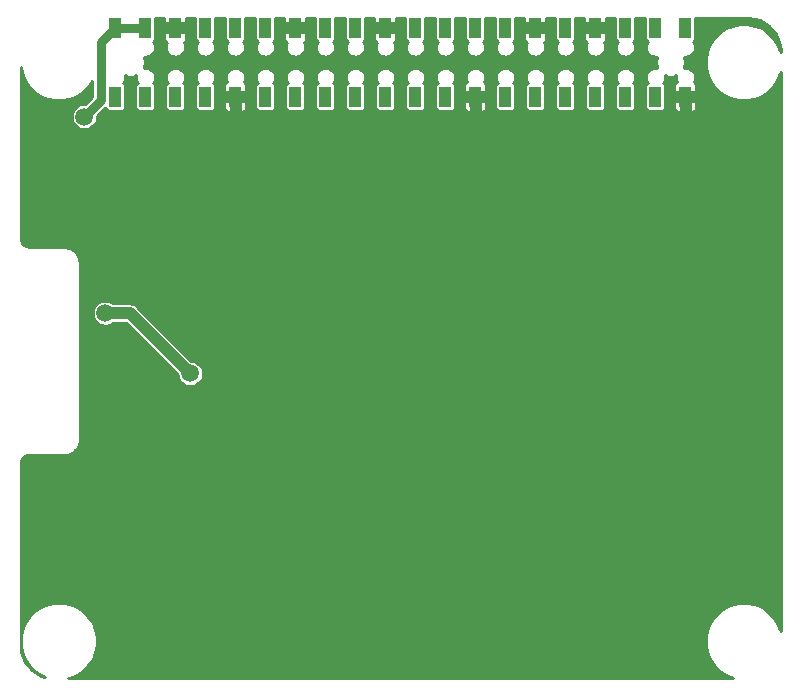
<source format=gbr>
G04 #@! TF.GenerationSoftware,KiCad,Pcbnew,(5.1.2)-2*
G04 #@! TF.CreationDate,2020-02-14T14:24:33-05:00*
G04 #@! TF.ProjectId,rpi-power-supply,7270692d-706f-4776-9572-2d737570706c,rev?*
G04 #@! TF.SameCoordinates,Original*
G04 #@! TF.FileFunction,Copper,L2,Bot*
G04 #@! TF.FilePolarity,Positive*
%FSLAX46Y46*%
G04 Gerber Fmt 4.6, Leading zero omitted, Abs format (unit mm)*
G04 Created by KiCad (PCBNEW (5.1.2)-2) date 2020-02-14 14:24:33*
%MOMM*%
%LPD*%
G04 APERTURE LIST*
%ADD10R,1.020000X1.780000*%
%ADD11C,1.500000*%
%ADD12C,0.400000*%
%ADD13C,1.000000*%
%ADD14C,0.800000*%
%ADD15C,0.254000*%
G04 APERTURE END LIST*
D10*
X173430000Y-73412200D03*
X175970000Y-73412200D03*
X181050000Y-73412200D03*
X178510000Y-73412200D03*
X153110000Y-73412200D03*
X155650000Y-73412200D03*
X160730000Y-73412200D03*
X158190000Y-73412200D03*
X168350000Y-73412200D03*
X170890000Y-73412200D03*
X165810000Y-73412200D03*
X163270000Y-73412200D03*
X142950000Y-73412200D03*
X145490000Y-73412200D03*
X150570000Y-73412200D03*
X148030000Y-73412200D03*
X137870000Y-73412200D03*
X140410000Y-73412200D03*
X135330000Y-73412200D03*
X132790000Y-73412200D03*
X181050000Y-79247800D03*
X178510000Y-79247800D03*
X173430000Y-79247800D03*
X175970000Y-79247800D03*
X165810000Y-79247800D03*
X163270000Y-79247800D03*
X168350000Y-79247800D03*
X170890000Y-79247800D03*
X160730000Y-79247800D03*
X158190000Y-79247800D03*
X153110000Y-79247800D03*
X155650000Y-79247800D03*
X135330000Y-79247800D03*
X132790000Y-79247800D03*
X137870000Y-79247800D03*
X140410000Y-79247800D03*
X150570000Y-79247800D03*
X148030000Y-79247800D03*
X142950000Y-79247800D03*
X145490000Y-79247800D03*
D11*
X130760000Y-91030000D03*
X183410000Y-79690000D03*
X139140000Y-102690000D03*
X131940000Y-97590000D03*
X130170000Y-80940000D03*
D12*
X181050000Y-79247800D02*
X182967800Y-79247800D01*
X182967800Y-79247800D02*
X183410000Y-79690000D01*
D13*
X134040000Y-97590000D02*
X131940000Y-97590000D01*
X134040000Y-97590000D02*
X139140000Y-102690000D01*
D14*
X132790000Y-73412200D02*
X135330000Y-73412200D01*
X130170000Y-80940000D02*
X131540000Y-79570000D01*
X131540000Y-79570000D02*
X131540000Y-74662200D01*
X131540000Y-74662200D02*
X132790000Y-73412200D01*
D15*
G36*
X136933000Y-72932450D02*
G01*
X137039750Y-73039200D01*
X137497000Y-73039200D01*
X137497000Y-73019200D01*
X138243000Y-73019200D01*
X138243000Y-73039200D01*
X138700250Y-73039200D01*
X138807000Y-72932450D01*
X138808570Y-72620600D01*
X139571418Y-72620600D01*
X139571418Y-74302200D01*
X139577732Y-74366303D01*
X139596430Y-74427943D01*
X139626794Y-74484750D01*
X139667657Y-74534543D01*
X139717450Y-74575406D01*
X139748875Y-74592203D01*
X139692542Y-74676511D01*
X139631513Y-74823848D01*
X139600400Y-74980261D01*
X139600400Y-75139739D01*
X139631513Y-75296152D01*
X139692542Y-75443489D01*
X139781143Y-75576090D01*
X139893910Y-75688857D01*
X140026511Y-75777458D01*
X140173848Y-75838487D01*
X140330261Y-75869600D01*
X140489739Y-75869600D01*
X140646152Y-75838487D01*
X140793489Y-75777458D01*
X140926090Y-75688857D01*
X141038857Y-75576090D01*
X141127458Y-75443489D01*
X141188487Y-75296152D01*
X141219600Y-75139739D01*
X141219600Y-74980261D01*
X141188487Y-74823848D01*
X141127458Y-74676511D01*
X141071125Y-74592203D01*
X141102550Y-74575406D01*
X141152343Y-74534543D01*
X141193206Y-74484750D01*
X141223570Y-74427943D01*
X141242268Y-74366303D01*
X141248582Y-74302200D01*
X141248582Y-72620600D01*
X142111418Y-72620600D01*
X142111418Y-74302200D01*
X142117732Y-74366303D01*
X142136430Y-74427943D01*
X142166794Y-74484750D01*
X142207657Y-74534543D01*
X142257450Y-74575406D01*
X142288875Y-74592203D01*
X142232542Y-74676511D01*
X142171513Y-74823848D01*
X142140400Y-74980261D01*
X142140400Y-75139739D01*
X142171513Y-75296152D01*
X142232542Y-75443489D01*
X142321143Y-75576090D01*
X142433910Y-75688857D01*
X142566511Y-75777458D01*
X142713848Y-75838487D01*
X142870261Y-75869600D01*
X143029739Y-75869600D01*
X143186152Y-75838487D01*
X143333489Y-75777458D01*
X143466090Y-75688857D01*
X143578857Y-75576090D01*
X143667458Y-75443489D01*
X143728487Y-75296152D01*
X143759600Y-75139739D01*
X143759600Y-74980261D01*
X143728487Y-74823848D01*
X143667458Y-74676511D01*
X143611125Y-74592203D01*
X143642550Y-74575406D01*
X143692343Y-74534543D01*
X143733206Y-74484750D01*
X143763570Y-74427943D01*
X143782268Y-74366303D01*
X143788582Y-74302200D01*
X143788582Y-72620600D01*
X144651418Y-72620600D01*
X144651418Y-74302200D01*
X144657732Y-74366303D01*
X144676430Y-74427943D01*
X144706794Y-74484750D01*
X144747657Y-74534543D01*
X144797450Y-74575406D01*
X144828875Y-74592203D01*
X144772542Y-74676511D01*
X144711513Y-74823848D01*
X144680400Y-74980261D01*
X144680400Y-75139739D01*
X144711513Y-75296152D01*
X144772542Y-75443489D01*
X144861143Y-75576090D01*
X144973910Y-75688857D01*
X145106511Y-75777458D01*
X145253848Y-75838487D01*
X145410261Y-75869600D01*
X145569739Y-75869600D01*
X145726152Y-75838487D01*
X145873489Y-75777458D01*
X146006090Y-75688857D01*
X146118857Y-75576090D01*
X146207458Y-75443489D01*
X146268487Y-75296152D01*
X146299600Y-75139739D01*
X146299600Y-74980261D01*
X146268487Y-74823848D01*
X146207458Y-74676511D01*
X146151125Y-74592203D01*
X146182550Y-74575406D01*
X146232343Y-74534543D01*
X146273206Y-74484750D01*
X146303570Y-74427943D01*
X146322268Y-74366303D01*
X146328582Y-74302200D01*
X147090934Y-74302200D01*
X147099178Y-74385907D01*
X147123595Y-74466396D01*
X147163245Y-74540576D01*
X147216605Y-74605595D01*
X147281624Y-74658955D01*
X147313049Y-74675752D01*
X147312542Y-74676511D01*
X147251513Y-74823848D01*
X147220400Y-74980261D01*
X147220400Y-75139739D01*
X147251513Y-75296152D01*
X147312542Y-75443489D01*
X147401143Y-75576090D01*
X147513910Y-75688857D01*
X147646511Y-75777458D01*
X147793848Y-75838487D01*
X147950261Y-75869600D01*
X148109739Y-75869600D01*
X148266152Y-75838487D01*
X148413489Y-75777458D01*
X148546090Y-75688857D01*
X148658857Y-75576090D01*
X148747458Y-75443489D01*
X148808487Y-75296152D01*
X148839600Y-75139739D01*
X148839600Y-74980261D01*
X148808487Y-74823848D01*
X148747458Y-74676511D01*
X148746951Y-74675752D01*
X148778376Y-74658955D01*
X148843395Y-74605595D01*
X148896755Y-74540576D01*
X148936405Y-74466396D01*
X148960822Y-74385907D01*
X148969066Y-74302200D01*
X148967000Y-73891950D01*
X148860250Y-73785200D01*
X148403000Y-73785200D01*
X148403000Y-73805200D01*
X147657000Y-73805200D01*
X147657000Y-73785200D01*
X147199750Y-73785200D01*
X147093000Y-73891950D01*
X147090934Y-74302200D01*
X146328582Y-74302200D01*
X146328582Y-72620600D01*
X147091430Y-72620600D01*
X147093000Y-72932450D01*
X147199750Y-73039200D01*
X147657000Y-73039200D01*
X147657000Y-73019200D01*
X148403000Y-73019200D01*
X148403000Y-73039200D01*
X148860250Y-73039200D01*
X148967000Y-72932450D01*
X148968570Y-72620600D01*
X149731418Y-72620600D01*
X149731418Y-74302200D01*
X149737732Y-74366303D01*
X149756430Y-74427943D01*
X149786794Y-74484750D01*
X149827657Y-74534543D01*
X149877450Y-74575406D01*
X149908875Y-74592203D01*
X149852542Y-74676511D01*
X149791513Y-74823848D01*
X149760400Y-74980261D01*
X149760400Y-75139739D01*
X149791513Y-75296152D01*
X149852542Y-75443489D01*
X149941143Y-75576090D01*
X150053910Y-75688857D01*
X150186511Y-75777458D01*
X150333848Y-75838487D01*
X150490261Y-75869600D01*
X150649739Y-75869600D01*
X150806152Y-75838487D01*
X150953489Y-75777458D01*
X151086090Y-75688857D01*
X151198857Y-75576090D01*
X151287458Y-75443489D01*
X151348487Y-75296152D01*
X151379600Y-75139739D01*
X151379600Y-74980261D01*
X151348487Y-74823848D01*
X151287458Y-74676511D01*
X151231125Y-74592203D01*
X151262550Y-74575406D01*
X151312343Y-74534543D01*
X151353206Y-74484750D01*
X151383570Y-74427943D01*
X151402268Y-74366303D01*
X151408582Y-74302200D01*
X151408582Y-72620600D01*
X152271418Y-72620600D01*
X152271418Y-74302200D01*
X152277732Y-74366303D01*
X152296430Y-74427943D01*
X152326794Y-74484750D01*
X152367657Y-74534543D01*
X152417450Y-74575406D01*
X152448875Y-74592203D01*
X152392542Y-74676511D01*
X152331513Y-74823848D01*
X152300400Y-74980261D01*
X152300400Y-75139739D01*
X152331513Y-75296152D01*
X152392542Y-75443489D01*
X152481143Y-75576090D01*
X152593910Y-75688857D01*
X152726511Y-75777458D01*
X152873848Y-75838487D01*
X153030261Y-75869600D01*
X153189739Y-75869600D01*
X153346152Y-75838487D01*
X153493489Y-75777458D01*
X153626090Y-75688857D01*
X153738857Y-75576090D01*
X153827458Y-75443489D01*
X153888487Y-75296152D01*
X153919600Y-75139739D01*
X153919600Y-74980261D01*
X153888487Y-74823848D01*
X153827458Y-74676511D01*
X153771125Y-74592203D01*
X153802550Y-74575406D01*
X153852343Y-74534543D01*
X153893206Y-74484750D01*
X153923570Y-74427943D01*
X153942268Y-74366303D01*
X153948582Y-74302200D01*
X154710934Y-74302200D01*
X154719178Y-74385907D01*
X154743595Y-74466396D01*
X154783245Y-74540576D01*
X154836605Y-74605595D01*
X154901624Y-74658955D01*
X154933049Y-74675752D01*
X154932542Y-74676511D01*
X154871513Y-74823848D01*
X154840400Y-74980261D01*
X154840400Y-75139739D01*
X154871513Y-75296152D01*
X154932542Y-75443489D01*
X155021143Y-75576090D01*
X155133910Y-75688857D01*
X155266511Y-75777458D01*
X155413848Y-75838487D01*
X155570261Y-75869600D01*
X155729739Y-75869600D01*
X155886152Y-75838487D01*
X156033489Y-75777458D01*
X156166090Y-75688857D01*
X156278857Y-75576090D01*
X156367458Y-75443489D01*
X156428487Y-75296152D01*
X156459600Y-75139739D01*
X156459600Y-74980261D01*
X156428487Y-74823848D01*
X156367458Y-74676511D01*
X156366951Y-74675752D01*
X156398376Y-74658955D01*
X156463395Y-74605595D01*
X156516755Y-74540576D01*
X156556405Y-74466396D01*
X156580822Y-74385907D01*
X156589066Y-74302200D01*
X156587000Y-73891950D01*
X156480250Y-73785200D01*
X156023000Y-73785200D01*
X156023000Y-73805200D01*
X155277000Y-73805200D01*
X155277000Y-73785200D01*
X154819750Y-73785200D01*
X154713000Y-73891950D01*
X154710934Y-74302200D01*
X153948582Y-74302200D01*
X153948582Y-72620600D01*
X154711430Y-72620600D01*
X154713000Y-72932450D01*
X154819750Y-73039200D01*
X155277000Y-73039200D01*
X155277000Y-73019200D01*
X156023000Y-73019200D01*
X156023000Y-73039200D01*
X156480250Y-73039200D01*
X156587000Y-72932450D01*
X156588570Y-72620600D01*
X157351418Y-72620600D01*
X157351418Y-74302200D01*
X157357732Y-74366303D01*
X157376430Y-74427943D01*
X157406794Y-74484750D01*
X157447657Y-74534543D01*
X157497450Y-74575406D01*
X157528875Y-74592203D01*
X157472542Y-74676511D01*
X157411513Y-74823848D01*
X157380400Y-74980261D01*
X157380400Y-75139739D01*
X157411513Y-75296152D01*
X157472542Y-75443489D01*
X157561143Y-75576090D01*
X157673910Y-75688857D01*
X157806511Y-75777458D01*
X157953848Y-75838487D01*
X158110261Y-75869600D01*
X158269739Y-75869600D01*
X158426152Y-75838487D01*
X158573489Y-75777458D01*
X158706090Y-75688857D01*
X158818857Y-75576090D01*
X158907458Y-75443489D01*
X158968487Y-75296152D01*
X158999600Y-75139739D01*
X158999600Y-74980261D01*
X158968487Y-74823848D01*
X158907458Y-74676511D01*
X158851125Y-74592203D01*
X158882550Y-74575406D01*
X158932343Y-74534543D01*
X158973206Y-74484750D01*
X159003570Y-74427943D01*
X159022268Y-74366303D01*
X159028582Y-74302200D01*
X159028582Y-72620600D01*
X159891418Y-72620600D01*
X159891418Y-74302200D01*
X159897732Y-74366303D01*
X159916430Y-74427943D01*
X159946794Y-74484750D01*
X159987657Y-74534543D01*
X160037450Y-74575406D01*
X160068875Y-74592203D01*
X160012542Y-74676511D01*
X159951513Y-74823848D01*
X159920400Y-74980261D01*
X159920400Y-75139739D01*
X159951513Y-75296152D01*
X160012542Y-75443489D01*
X160101143Y-75576090D01*
X160213910Y-75688857D01*
X160346511Y-75777458D01*
X160493848Y-75838487D01*
X160650261Y-75869600D01*
X160809739Y-75869600D01*
X160966152Y-75838487D01*
X161113489Y-75777458D01*
X161246090Y-75688857D01*
X161358857Y-75576090D01*
X161447458Y-75443489D01*
X161508487Y-75296152D01*
X161539600Y-75139739D01*
X161539600Y-74980261D01*
X161508487Y-74823848D01*
X161447458Y-74676511D01*
X161391125Y-74592203D01*
X161422550Y-74575406D01*
X161472343Y-74534543D01*
X161513206Y-74484750D01*
X161543570Y-74427943D01*
X161562268Y-74366303D01*
X161568582Y-74302200D01*
X161568582Y-72620600D01*
X162431418Y-72620600D01*
X162431418Y-74302200D01*
X162437732Y-74366303D01*
X162456430Y-74427943D01*
X162486794Y-74484750D01*
X162527657Y-74534543D01*
X162577450Y-74575406D01*
X162608875Y-74592203D01*
X162552542Y-74676511D01*
X162491513Y-74823848D01*
X162460400Y-74980261D01*
X162460400Y-75139739D01*
X162491513Y-75296152D01*
X162552542Y-75443489D01*
X162641143Y-75576090D01*
X162753910Y-75688857D01*
X162886511Y-75777458D01*
X163033848Y-75838487D01*
X163190261Y-75869600D01*
X163349739Y-75869600D01*
X163506152Y-75838487D01*
X163653489Y-75777458D01*
X163786090Y-75688857D01*
X163898857Y-75576090D01*
X163987458Y-75443489D01*
X164048487Y-75296152D01*
X164079600Y-75139739D01*
X164079600Y-74980261D01*
X164048487Y-74823848D01*
X163987458Y-74676511D01*
X163931125Y-74592203D01*
X163962550Y-74575406D01*
X164012343Y-74534543D01*
X164053206Y-74484750D01*
X164083570Y-74427943D01*
X164102268Y-74366303D01*
X164108582Y-74302200D01*
X164108582Y-72620600D01*
X164971418Y-72620600D01*
X164971418Y-74302200D01*
X164977732Y-74366303D01*
X164996430Y-74427943D01*
X165026794Y-74484750D01*
X165067657Y-74534543D01*
X165117450Y-74575406D01*
X165148875Y-74592203D01*
X165092542Y-74676511D01*
X165031513Y-74823848D01*
X165000400Y-74980261D01*
X165000400Y-75139739D01*
X165031513Y-75296152D01*
X165092542Y-75443489D01*
X165181143Y-75576090D01*
X165293910Y-75688857D01*
X165426511Y-75777458D01*
X165573848Y-75838487D01*
X165730261Y-75869600D01*
X165889739Y-75869600D01*
X166046152Y-75838487D01*
X166193489Y-75777458D01*
X166326090Y-75688857D01*
X166438857Y-75576090D01*
X166527458Y-75443489D01*
X166588487Y-75296152D01*
X166619600Y-75139739D01*
X166619600Y-74980261D01*
X166588487Y-74823848D01*
X166527458Y-74676511D01*
X166471125Y-74592203D01*
X166502550Y-74575406D01*
X166552343Y-74534543D01*
X166593206Y-74484750D01*
X166623570Y-74427943D01*
X166642268Y-74366303D01*
X166648582Y-74302200D01*
X167410934Y-74302200D01*
X167419178Y-74385907D01*
X167443595Y-74466396D01*
X167483245Y-74540576D01*
X167536605Y-74605595D01*
X167601624Y-74658955D01*
X167633049Y-74675752D01*
X167632542Y-74676511D01*
X167571513Y-74823848D01*
X167540400Y-74980261D01*
X167540400Y-75139739D01*
X167571513Y-75296152D01*
X167632542Y-75443489D01*
X167721143Y-75576090D01*
X167833910Y-75688857D01*
X167966511Y-75777458D01*
X168113848Y-75838487D01*
X168270261Y-75869600D01*
X168429739Y-75869600D01*
X168586152Y-75838487D01*
X168733489Y-75777458D01*
X168866090Y-75688857D01*
X168978857Y-75576090D01*
X169067458Y-75443489D01*
X169128487Y-75296152D01*
X169159600Y-75139739D01*
X169159600Y-74980261D01*
X169128487Y-74823848D01*
X169067458Y-74676511D01*
X169066951Y-74675752D01*
X169098376Y-74658955D01*
X169163395Y-74605595D01*
X169216755Y-74540576D01*
X169256405Y-74466396D01*
X169280822Y-74385907D01*
X169289066Y-74302200D01*
X169287000Y-73891950D01*
X169180250Y-73785200D01*
X168723000Y-73785200D01*
X168723000Y-73805200D01*
X167977000Y-73805200D01*
X167977000Y-73785200D01*
X167519750Y-73785200D01*
X167413000Y-73891950D01*
X167410934Y-74302200D01*
X166648582Y-74302200D01*
X166648582Y-72620600D01*
X167411430Y-72620600D01*
X167413000Y-72932450D01*
X167519750Y-73039200D01*
X167977000Y-73039200D01*
X167977000Y-73019200D01*
X168723000Y-73019200D01*
X168723000Y-73039200D01*
X169180250Y-73039200D01*
X169287000Y-72932450D01*
X169288570Y-72620600D01*
X170051418Y-72620600D01*
X170051418Y-74302200D01*
X170057732Y-74366303D01*
X170076430Y-74427943D01*
X170106794Y-74484750D01*
X170147657Y-74534543D01*
X170197450Y-74575406D01*
X170228875Y-74592203D01*
X170172542Y-74676511D01*
X170111513Y-74823848D01*
X170080400Y-74980261D01*
X170080400Y-75139739D01*
X170111513Y-75296152D01*
X170172542Y-75443489D01*
X170261143Y-75576090D01*
X170373910Y-75688857D01*
X170506511Y-75777458D01*
X170653848Y-75838487D01*
X170810261Y-75869600D01*
X170969739Y-75869600D01*
X171126152Y-75838487D01*
X171273489Y-75777458D01*
X171406090Y-75688857D01*
X171518857Y-75576090D01*
X171607458Y-75443489D01*
X171668487Y-75296152D01*
X171699600Y-75139739D01*
X171699600Y-74980261D01*
X171668487Y-74823848D01*
X171607458Y-74676511D01*
X171551125Y-74592203D01*
X171582550Y-74575406D01*
X171632343Y-74534543D01*
X171673206Y-74484750D01*
X171703570Y-74427943D01*
X171722268Y-74366303D01*
X171728582Y-74302200D01*
X172490934Y-74302200D01*
X172499178Y-74385907D01*
X172523595Y-74466396D01*
X172563245Y-74540576D01*
X172616605Y-74605595D01*
X172681624Y-74658955D01*
X172713049Y-74675752D01*
X172712542Y-74676511D01*
X172651513Y-74823848D01*
X172620400Y-74980261D01*
X172620400Y-75139739D01*
X172651513Y-75296152D01*
X172712542Y-75443489D01*
X172801143Y-75576090D01*
X172913910Y-75688857D01*
X173046511Y-75777458D01*
X173193848Y-75838487D01*
X173350261Y-75869600D01*
X173509739Y-75869600D01*
X173666152Y-75838487D01*
X173813489Y-75777458D01*
X173946090Y-75688857D01*
X174058857Y-75576090D01*
X174147458Y-75443489D01*
X174208487Y-75296152D01*
X174239600Y-75139739D01*
X174239600Y-74980261D01*
X174208487Y-74823848D01*
X174147458Y-74676511D01*
X174146951Y-74675752D01*
X174178376Y-74658955D01*
X174243395Y-74605595D01*
X174296755Y-74540576D01*
X174336405Y-74466396D01*
X174360822Y-74385907D01*
X174369066Y-74302200D01*
X174367000Y-73891950D01*
X174260250Y-73785200D01*
X173803000Y-73785200D01*
X173803000Y-73805200D01*
X173057000Y-73805200D01*
X173057000Y-73785200D01*
X172599750Y-73785200D01*
X172493000Y-73891950D01*
X172490934Y-74302200D01*
X171728582Y-74302200D01*
X171728582Y-72620600D01*
X172491430Y-72620600D01*
X172493000Y-72932450D01*
X172599750Y-73039200D01*
X173057000Y-73039200D01*
X173057000Y-73019200D01*
X173803000Y-73019200D01*
X173803000Y-73039200D01*
X174260250Y-73039200D01*
X174367000Y-72932450D01*
X174368570Y-72620600D01*
X175131418Y-72620600D01*
X175131418Y-74302200D01*
X175137732Y-74366303D01*
X175156430Y-74427943D01*
X175186794Y-74484750D01*
X175227657Y-74534543D01*
X175277450Y-74575406D01*
X175308875Y-74592203D01*
X175252542Y-74676511D01*
X175191513Y-74823848D01*
X175160400Y-74980261D01*
X175160400Y-75139739D01*
X175191513Y-75296152D01*
X175252542Y-75443489D01*
X175341143Y-75576090D01*
X175453910Y-75688857D01*
X175586511Y-75777458D01*
X175733848Y-75838487D01*
X175890261Y-75869600D01*
X176049739Y-75869600D01*
X176206152Y-75838487D01*
X176353489Y-75777458D01*
X176486090Y-75688857D01*
X176598857Y-75576090D01*
X176687458Y-75443489D01*
X176748487Y-75296152D01*
X176779600Y-75139739D01*
X176779600Y-74980261D01*
X176748487Y-74823848D01*
X176687458Y-74676511D01*
X176631125Y-74592203D01*
X176662550Y-74575406D01*
X176712343Y-74534543D01*
X176753206Y-74484750D01*
X176783570Y-74427943D01*
X176802268Y-74366303D01*
X176808582Y-74302200D01*
X176808582Y-72620600D01*
X177671418Y-72620600D01*
X177671418Y-74302200D01*
X177677732Y-74366303D01*
X177696430Y-74427943D01*
X177726794Y-74484750D01*
X177767657Y-74534543D01*
X177817450Y-74575406D01*
X177848875Y-74592203D01*
X177792542Y-74676511D01*
X177731513Y-74823848D01*
X177700400Y-74980261D01*
X177700400Y-75139739D01*
X177731513Y-75296152D01*
X177792542Y-75443489D01*
X177881143Y-75576090D01*
X177993910Y-75688857D01*
X178126511Y-75777458D01*
X178273848Y-75838487D01*
X178430261Y-75869600D01*
X178589739Y-75869600D01*
X178660331Y-75855558D01*
X178610730Y-75975306D01*
X178564000Y-76210234D01*
X178564000Y-76449766D01*
X178610730Y-76684694D01*
X178660331Y-76804442D01*
X178589739Y-76790400D01*
X178430261Y-76790400D01*
X178273848Y-76821513D01*
X178126511Y-76882542D01*
X177993910Y-76971143D01*
X177881143Y-77083910D01*
X177792542Y-77216511D01*
X177731513Y-77363848D01*
X177700400Y-77520261D01*
X177700400Y-77679739D01*
X177731513Y-77836152D01*
X177792542Y-77983489D01*
X177848875Y-78067797D01*
X177817450Y-78084594D01*
X177767657Y-78125457D01*
X177726794Y-78175250D01*
X177696430Y-78232057D01*
X177677732Y-78293697D01*
X177671418Y-78357800D01*
X177671418Y-80137800D01*
X177677732Y-80201903D01*
X177696430Y-80263543D01*
X177726794Y-80320350D01*
X177767657Y-80370143D01*
X177817450Y-80411006D01*
X177874257Y-80441370D01*
X177935897Y-80460068D01*
X178000000Y-80466382D01*
X179020000Y-80466382D01*
X179084103Y-80460068D01*
X179145743Y-80441370D01*
X179202550Y-80411006D01*
X179252343Y-80370143D01*
X179293206Y-80320350D01*
X179323570Y-80263543D01*
X179342268Y-80201903D01*
X179348582Y-80137800D01*
X180110934Y-80137800D01*
X180119178Y-80221507D01*
X180143595Y-80301996D01*
X180183245Y-80376176D01*
X180236605Y-80441195D01*
X180301624Y-80494555D01*
X180375804Y-80534205D01*
X180456293Y-80558622D01*
X180540000Y-80566866D01*
X180570250Y-80564800D01*
X180677000Y-80458050D01*
X180677000Y-79620800D01*
X181423000Y-79620800D01*
X181423000Y-80458050D01*
X181529750Y-80564800D01*
X181560000Y-80566866D01*
X181643707Y-80558622D01*
X181724196Y-80534205D01*
X181798376Y-80494555D01*
X181863395Y-80441195D01*
X181916755Y-80376176D01*
X181956405Y-80301996D01*
X181980822Y-80221507D01*
X181989066Y-80137800D01*
X181987000Y-79727550D01*
X181880250Y-79620800D01*
X181423000Y-79620800D01*
X180677000Y-79620800D01*
X180219750Y-79620800D01*
X180113000Y-79727550D01*
X180110934Y-80137800D01*
X179348582Y-80137800D01*
X179348582Y-78357800D01*
X179342268Y-78293697D01*
X179323570Y-78232057D01*
X179293206Y-78175250D01*
X179252343Y-78125457D01*
X179202550Y-78084594D01*
X179171125Y-78067797D01*
X179227458Y-77983489D01*
X179288487Y-77836152D01*
X179319600Y-77679739D01*
X179319600Y-77520261D01*
X179305558Y-77449669D01*
X179425306Y-77499270D01*
X179660234Y-77546000D01*
X179899766Y-77546000D01*
X180134694Y-77499270D01*
X180254442Y-77449669D01*
X180240400Y-77520261D01*
X180240400Y-77679739D01*
X180271513Y-77836152D01*
X180332542Y-77983489D01*
X180333049Y-77984248D01*
X180301624Y-78001045D01*
X180236605Y-78054405D01*
X180183245Y-78119424D01*
X180143595Y-78193604D01*
X180119178Y-78274093D01*
X180110934Y-78357800D01*
X180113000Y-78768050D01*
X180219750Y-78874800D01*
X180677000Y-78874800D01*
X180677000Y-78854800D01*
X181423000Y-78854800D01*
X181423000Y-78874800D01*
X181880250Y-78874800D01*
X181987000Y-78768050D01*
X181989066Y-78357800D01*
X181980822Y-78274093D01*
X181956405Y-78193604D01*
X181916755Y-78119424D01*
X181863395Y-78054405D01*
X181798376Y-78001045D01*
X181766951Y-77984248D01*
X181767458Y-77983489D01*
X181828487Y-77836152D01*
X181859600Y-77679739D01*
X181859600Y-77520261D01*
X181828487Y-77363848D01*
X181767458Y-77216511D01*
X181678857Y-77083910D01*
X181566090Y-76971143D01*
X181433489Y-76882542D01*
X181286152Y-76821513D01*
X181129739Y-76790400D01*
X180970261Y-76790400D01*
X180899669Y-76804442D01*
X180949270Y-76684694D01*
X180996000Y-76449766D01*
X180996000Y-76210234D01*
X180949270Y-75975306D01*
X180899669Y-75855558D01*
X180970261Y-75869600D01*
X181129739Y-75869600D01*
X181286152Y-75838487D01*
X181433489Y-75777458D01*
X181566090Y-75688857D01*
X181678857Y-75576090D01*
X181767458Y-75443489D01*
X181828487Y-75296152D01*
X181859600Y-75139739D01*
X181859600Y-74980261D01*
X181828487Y-74823848D01*
X181767458Y-74676511D01*
X181711125Y-74592203D01*
X181742550Y-74575406D01*
X181792343Y-74534543D01*
X181833206Y-74484750D01*
X181863570Y-74427943D01*
X181882268Y-74366303D01*
X181888582Y-74302200D01*
X181888582Y-72620600D01*
X186412585Y-72620600D01*
X187353463Y-72786491D01*
X188157018Y-73250630D01*
X188751757Y-73960228D01*
X189073390Y-74844813D01*
X189114100Y-75305808D01*
X189114100Y-75504856D01*
X189092988Y-75398719D01*
X188849730Y-74811442D01*
X188496575Y-74282907D01*
X188047093Y-73833425D01*
X187518558Y-73480270D01*
X186931281Y-73237012D01*
X186307832Y-73113000D01*
X185672168Y-73113000D01*
X185048719Y-73237012D01*
X184461442Y-73480270D01*
X183932907Y-73833425D01*
X183483425Y-74282907D01*
X183130270Y-74811442D01*
X182887012Y-75398719D01*
X182763000Y-76022168D01*
X182763000Y-76657832D01*
X182887012Y-77281281D01*
X183130270Y-77868558D01*
X183483425Y-78397093D01*
X183932907Y-78846575D01*
X184461442Y-79199730D01*
X185048719Y-79442988D01*
X185672168Y-79567000D01*
X186307832Y-79567000D01*
X186931281Y-79442988D01*
X187518558Y-79199730D01*
X188047093Y-78846575D01*
X188496575Y-78397093D01*
X188849730Y-77868558D01*
X189092988Y-77281281D01*
X189114100Y-77175144D01*
X189114101Y-124514861D01*
X189092988Y-124408719D01*
X188849730Y-123821442D01*
X188496575Y-123292907D01*
X188047093Y-122843425D01*
X187518558Y-122490270D01*
X186931281Y-122247012D01*
X186307832Y-122123000D01*
X185672168Y-122123000D01*
X185048719Y-122247012D01*
X184461442Y-122490270D01*
X183932907Y-122843425D01*
X183483425Y-123292907D01*
X183130270Y-123821442D01*
X182887012Y-124408719D01*
X182763000Y-125032168D01*
X182763000Y-125667832D01*
X182887012Y-126291281D01*
X183130270Y-126878558D01*
X183483425Y-127407093D01*
X183932907Y-127856575D01*
X184461442Y-128209730D01*
X185048719Y-128452988D01*
X185117151Y-128466600D01*
X128822576Y-128466600D01*
X128941281Y-128442988D01*
X129528558Y-128199730D01*
X130057093Y-127846575D01*
X130506575Y-127397093D01*
X130859730Y-126868558D01*
X131102988Y-126281281D01*
X131227000Y-125657832D01*
X131227000Y-125022168D01*
X131102988Y-124398719D01*
X130859730Y-123811442D01*
X130506575Y-123282907D01*
X130057093Y-122833425D01*
X129528558Y-122480270D01*
X128941281Y-122237012D01*
X128317832Y-122113000D01*
X127682168Y-122113000D01*
X127058719Y-122237012D01*
X126471442Y-122480270D01*
X125942907Y-122833425D01*
X125493425Y-123282907D01*
X125140270Y-123811442D01*
X124897012Y-124398719D01*
X124773000Y-125022168D01*
X124773000Y-125657832D01*
X124897012Y-126281281D01*
X125140270Y-126868558D01*
X125493425Y-127397093D01*
X125942907Y-127846575D01*
X126471442Y-128199730D01*
X126852334Y-128357501D01*
X126529002Y-128300460D01*
X125724959Y-127836041D01*
X125130516Y-127127400D01*
X124808748Y-126243283D01*
X124769906Y-125799487D01*
X124770323Y-125795204D01*
X124768527Y-125777162D01*
X124768554Y-125759032D01*
X124768100Y-125756731D01*
X124768100Y-110322415D01*
X124813470Y-110065089D01*
X124929492Y-109864173D01*
X125107238Y-109715083D01*
X125338441Y-109630854D01*
X125435184Y-109622403D01*
X125439496Y-109622823D01*
X125457538Y-109621027D01*
X125475668Y-109621054D01*
X125477969Y-109620600D01*
X128437066Y-109620600D01*
X128453428Y-109620782D01*
X128455513Y-109620600D01*
X128457619Y-109620600D01*
X128473999Y-109618987D01*
X128630739Y-109605308D01*
X128661665Y-109603624D01*
X128685671Y-109597476D01*
X128710027Y-109592912D01*
X128738763Y-109581382D01*
X129020032Y-109479061D01*
X129030390Y-109476872D01*
X129054866Y-109466389D01*
X129062385Y-109463654D01*
X129071864Y-109459109D01*
X129098655Y-109447635D01*
X129105305Y-109443076D01*
X129112569Y-109439593D01*
X129135868Y-109422122D01*
X129144557Y-109416165D01*
X129150692Y-109411006D01*
X129171983Y-109395041D01*
X129179048Y-109387162D01*
X129390024Y-109209759D01*
X129398582Y-109204442D01*
X129418383Y-109185912D01*
X129424905Y-109180428D01*
X129431909Y-109173255D01*
X129452805Y-109153700D01*
X129457797Y-109146739D01*
X129463785Y-109140607D01*
X129479414Y-109116601D01*
X129485242Y-109108476D01*
X129489493Y-109101121D01*
X129504303Y-109078373D01*
X129508050Y-109069011D01*
X129646163Y-108830035D01*
X129652614Y-108821814D01*
X129664696Y-108797968D01*
X129668775Y-108790910D01*
X129673076Y-108781428D01*
X129686178Y-108755569D01*
X129688382Y-108747687D01*
X129691766Y-108740226D01*
X129698367Y-108711970D01*
X129701163Y-108701971D01*
X129702574Y-108693965D01*
X129708661Y-108667911D01*
X129709008Y-108657460D01*
X129758444Y-108376954D01*
X129762645Y-108363105D01*
X129764875Y-108340466D01*
X129765592Y-108336396D01*
X129766688Y-108322056D01*
X129768100Y-108307719D01*
X129768100Y-108303580D01*
X129769833Y-108280904D01*
X129768100Y-108266541D01*
X129768100Y-97483925D01*
X130863000Y-97483925D01*
X130863000Y-97696075D01*
X130904389Y-97904149D01*
X130985575Y-98100151D01*
X131103440Y-98276547D01*
X131253453Y-98426560D01*
X131429849Y-98544425D01*
X131625851Y-98625611D01*
X131833925Y-98667000D01*
X132046075Y-98667000D01*
X132254149Y-98625611D01*
X132450151Y-98544425D01*
X132626547Y-98426560D01*
X132636107Y-98417000D01*
X133697447Y-98417000D01*
X138063000Y-102782554D01*
X138063000Y-102796075D01*
X138104389Y-103004149D01*
X138185575Y-103200151D01*
X138303440Y-103376547D01*
X138453453Y-103526560D01*
X138629849Y-103644425D01*
X138825851Y-103725611D01*
X139033925Y-103767000D01*
X139246075Y-103767000D01*
X139454149Y-103725611D01*
X139650151Y-103644425D01*
X139826547Y-103526560D01*
X139976560Y-103376547D01*
X140094425Y-103200151D01*
X140175611Y-103004149D01*
X140217000Y-102796075D01*
X140217000Y-102583925D01*
X140175611Y-102375851D01*
X140094425Y-102179849D01*
X139976560Y-102003453D01*
X139826547Y-101853440D01*
X139650151Y-101735575D01*
X139454149Y-101654389D01*
X139246075Y-101613000D01*
X139232554Y-101613000D01*
X134653505Y-97033952D01*
X134627606Y-97002394D01*
X134501679Y-96899048D01*
X134358010Y-96822255D01*
X134202120Y-96774966D01*
X134080624Y-96763000D01*
X134080614Y-96763000D01*
X134040000Y-96759000D01*
X133999386Y-96763000D01*
X132636107Y-96763000D01*
X132626547Y-96753440D01*
X132450151Y-96635575D01*
X132254149Y-96554389D01*
X132046075Y-96513000D01*
X131833925Y-96513000D01*
X131625851Y-96554389D01*
X131429849Y-96635575D01*
X131253453Y-96753440D01*
X131103440Y-96903453D01*
X130985575Y-97079849D01*
X130904389Y-97275851D01*
X130863000Y-97483925D01*
X129768100Y-97483925D01*
X129768100Y-93298312D01*
X129768315Y-93282359D01*
X129768100Y-93279827D01*
X129768100Y-93277281D01*
X129766533Y-93261372D01*
X129753207Y-93104421D01*
X129751436Y-93072766D01*
X129745435Y-93049482D01*
X129741061Y-93025829D01*
X129729321Y-92996370D01*
X129626462Y-92714951D01*
X129624379Y-92705049D01*
X129613741Y-92680145D01*
X129610832Y-92672187D01*
X129606469Y-92663122D01*
X129595206Y-92636756D01*
X129590392Y-92629721D01*
X129586695Y-92622039D01*
X129569459Y-92599126D01*
X129563779Y-92590825D01*
X129558333Y-92584336D01*
X129542052Y-92562693D01*
X129534509Y-92555949D01*
X129357180Y-92344660D01*
X129351796Y-92335989D01*
X129333364Y-92316283D01*
X129327969Y-92309855D01*
X129320707Y-92302752D01*
X129301066Y-92281753D01*
X129294212Y-92276835D01*
X129288184Y-92270938D01*
X129264093Y-92255221D01*
X129255850Y-92249306D01*
X129248601Y-92245114D01*
X129225987Y-92230361D01*
X129216508Y-92226556D01*
X128977884Y-92088573D01*
X128969631Y-92082096D01*
X128945802Y-92070022D01*
X128938787Y-92065965D01*
X128929285Y-92061652D01*
X128903387Y-92048529D01*
X128895538Y-92046334D01*
X128888109Y-92042962D01*
X128859820Y-92036346D01*
X128849790Y-92033541D01*
X128841820Y-92032136D01*
X128815798Y-92026050D01*
X128805311Y-92025700D01*
X128524868Y-91976260D01*
X128511005Y-91972055D01*
X128488365Y-91969825D01*
X128484314Y-91969111D01*
X128469994Y-91968016D01*
X128455619Y-91966600D01*
X128451482Y-91966600D01*
X128428823Y-91964867D01*
X128414454Y-91966600D01*
X125469614Y-91966600D01*
X125212720Y-91921306D01*
X125011676Y-91805211D01*
X124862617Y-91627504D01*
X124778312Y-91395878D01*
X124770172Y-91302916D01*
X124770272Y-91302048D01*
X124768384Y-91278985D01*
X124768210Y-91255837D01*
X124768100Y-91255305D01*
X124768100Y-76743745D01*
X124877012Y-77291281D01*
X125120270Y-77878558D01*
X125473425Y-78407093D01*
X125922907Y-78856575D01*
X126451442Y-79209730D01*
X127038719Y-79452988D01*
X127662168Y-79577000D01*
X128297832Y-79577000D01*
X128921281Y-79452988D01*
X129508558Y-79209730D01*
X130037093Y-78856575D01*
X130486575Y-78407093D01*
X130813000Y-77918562D01*
X130813000Y-79268867D01*
X130218868Y-79863000D01*
X130063925Y-79863000D01*
X129855851Y-79904389D01*
X129659849Y-79985575D01*
X129483453Y-80103440D01*
X129333440Y-80253453D01*
X129215575Y-80429849D01*
X129134389Y-80625851D01*
X129093000Y-80833925D01*
X129093000Y-81046075D01*
X129134389Y-81254149D01*
X129215575Y-81450151D01*
X129333440Y-81626547D01*
X129483453Y-81776560D01*
X129659849Y-81894425D01*
X129855851Y-81975611D01*
X130063925Y-82017000D01*
X130276075Y-82017000D01*
X130484149Y-81975611D01*
X130680151Y-81894425D01*
X130856547Y-81776560D01*
X131006560Y-81626547D01*
X131124425Y-81450151D01*
X131205611Y-81254149D01*
X131247000Y-81046075D01*
X131247000Y-80891132D01*
X131955804Y-80182329D01*
X131957732Y-80201903D01*
X131976430Y-80263543D01*
X132006794Y-80320350D01*
X132047657Y-80370143D01*
X132097450Y-80411006D01*
X132154257Y-80441370D01*
X132215897Y-80460068D01*
X132280000Y-80466382D01*
X133300000Y-80466382D01*
X133364103Y-80460068D01*
X133425743Y-80441370D01*
X133482550Y-80411006D01*
X133532343Y-80370143D01*
X133573206Y-80320350D01*
X133603570Y-80263543D01*
X133622268Y-80201903D01*
X133628582Y-80137800D01*
X133628582Y-78357800D01*
X133622268Y-78293697D01*
X133603570Y-78232057D01*
X133573206Y-78175250D01*
X133532343Y-78125457D01*
X133482550Y-78084594D01*
X133451125Y-78067797D01*
X133507458Y-77983489D01*
X133568487Y-77836152D01*
X133599600Y-77679739D01*
X133599600Y-77520261D01*
X133585558Y-77449669D01*
X133705306Y-77499270D01*
X133940234Y-77546000D01*
X134179766Y-77546000D01*
X134414694Y-77499270D01*
X134534442Y-77449669D01*
X134520400Y-77520261D01*
X134520400Y-77679739D01*
X134551513Y-77836152D01*
X134612542Y-77983489D01*
X134668875Y-78067797D01*
X134637450Y-78084594D01*
X134587657Y-78125457D01*
X134546794Y-78175250D01*
X134516430Y-78232057D01*
X134497732Y-78293697D01*
X134491418Y-78357800D01*
X134491418Y-80137800D01*
X134497732Y-80201903D01*
X134516430Y-80263543D01*
X134546794Y-80320350D01*
X134587657Y-80370143D01*
X134637450Y-80411006D01*
X134694257Y-80441370D01*
X134755897Y-80460068D01*
X134820000Y-80466382D01*
X135840000Y-80466382D01*
X135904103Y-80460068D01*
X135965743Y-80441370D01*
X136022550Y-80411006D01*
X136072343Y-80370143D01*
X136113206Y-80320350D01*
X136143570Y-80263543D01*
X136162268Y-80201903D01*
X136168582Y-80137800D01*
X136168582Y-78357800D01*
X137031418Y-78357800D01*
X137031418Y-80137800D01*
X137037732Y-80201903D01*
X137056430Y-80263543D01*
X137086794Y-80320350D01*
X137127657Y-80370143D01*
X137177450Y-80411006D01*
X137234257Y-80441370D01*
X137295897Y-80460068D01*
X137360000Y-80466382D01*
X138380000Y-80466382D01*
X138444103Y-80460068D01*
X138505743Y-80441370D01*
X138562550Y-80411006D01*
X138612343Y-80370143D01*
X138653206Y-80320350D01*
X138683570Y-80263543D01*
X138702268Y-80201903D01*
X138708582Y-80137800D01*
X138708582Y-78357800D01*
X139571418Y-78357800D01*
X139571418Y-80137800D01*
X139577732Y-80201903D01*
X139596430Y-80263543D01*
X139626794Y-80320350D01*
X139667657Y-80370143D01*
X139717450Y-80411006D01*
X139774257Y-80441370D01*
X139835897Y-80460068D01*
X139900000Y-80466382D01*
X140920000Y-80466382D01*
X140984103Y-80460068D01*
X141045743Y-80441370D01*
X141102550Y-80411006D01*
X141152343Y-80370143D01*
X141193206Y-80320350D01*
X141223570Y-80263543D01*
X141242268Y-80201903D01*
X141248582Y-80137800D01*
X142010934Y-80137800D01*
X142019178Y-80221507D01*
X142043595Y-80301996D01*
X142083245Y-80376176D01*
X142136605Y-80441195D01*
X142201624Y-80494555D01*
X142275804Y-80534205D01*
X142356293Y-80558622D01*
X142440000Y-80566866D01*
X142470250Y-80564800D01*
X142577000Y-80458050D01*
X142577000Y-79620800D01*
X143323000Y-79620800D01*
X143323000Y-80458050D01*
X143429750Y-80564800D01*
X143460000Y-80566866D01*
X143543707Y-80558622D01*
X143624196Y-80534205D01*
X143698376Y-80494555D01*
X143763395Y-80441195D01*
X143816755Y-80376176D01*
X143856405Y-80301996D01*
X143880822Y-80221507D01*
X143889066Y-80137800D01*
X143887000Y-79727550D01*
X143780250Y-79620800D01*
X143323000Y-79620800D01*
X142577000Y-79620800D01*
X142119750Y-79620800D01*
X142013000Y-79727550D01*
X142010934Y-80137800D01*
X141248582Y-80137800D01*
X141248582Y-78357800D01*
X142010934Y-78357800D01*
X142013000Y-78768050D01*
X142119750Y-78874800D01*
X142577000Y-78874800D01*
X142577000Y-78854800D01*
X143323000Y-78854800D01*
X143323000Y-78874800D01*
X143780250Y-78874800D01*
X143887000Y-78768050D01*
X143889066Y-78357800D01*
X144651418Y-78357800D01*
X144651418Y-80137800D01*
X144657732Y-80201903D01*
X144676430Y-80263543D01*
X144706794Y-80320350D01*
X144747657Y-80370143D01*
X144797450Y-80411006D01*
X144854257Y-80441370D01*
X144915897Y-80460068D01*
X144980000Y-80466382D01*
X146000000Y-80466382D01*
X146064103Y-80460068D01*
X146125743Y-80441370D01*
X146182550Y-80411006D01*
X146232343Y-80370143D01*
X146273206Y-80320350D01*
X146303570Y-80263543D01*
X146322268Y-80201903D01*
X146328582Y-80137800D01*
X146328582Y-78357800D01*
X147191418Y-78357800D01*
X147191418Y-80137800D01*
X147197732Y-80201903D01*
X147216430Y-80263543D01*
X147246794Y-80320350D01*
X147287657Y-80370143D01*
X147337450Y-80411006D01*
X147394257Y-80441370D01*
X147455897Y-80460068D01*
X147520000Y-80466382D01*
X148540000Y-80466382D01*
X148604103Y-80460068D01*
X148665743Y-80441370D01*
X148722550Y-80411006D01*
X148772343Y-80370143D01*
X148813206Y-80320350D01*
X148843570Y-80263543D01*
X148862268Y-80201903D01*
X148868582Y-80137800D01*
X148868582Y-78357800D01*
X149731418Y-78357800D01*
X149731418Y-80137800D01*
X149737732Y-80201903D01*
X149756430Y-80263543D01*
X149786794Y-80320350D01*
X149827657Y-80370143D01*
X149877450Y-80411006D01*
X149934257Y-80441370D01*
X149995897Y-80460068D01*
X150060000Y-80466382D01*
X151080000Y-80466382D01*
X151144103Y-80460068D01*
X151205743Y-80441370D01*
X151262550Y-80411006D01*
X151312343Y-80370143D01*
X151353206Y-80320350D01*
X151383570Y-80263543D01*
X151402268Y-80201903D01*
X151408582Y-80137800D01*
X151408582Y-78357800D01*
X152271418Y-78357800D01*
X152271418Y-80137800D01*
X152277732Y-80201903D01*
X152296430Y-80263543D01*
X152326794Y-80320350D01*
X152367657Y-80370143D01*
X152417450Y-80411006D01*
X152474257Y-80441370D01*
X152535897Y-80460068D01*
X152600000Y-80466382D01*
X153620000Y-80466382D01*
X153684103Y-80460068D01*
X153745743Y-80441370D01*
X153802550Y-80411006D01*
X153852343Y-80370143D01*
X153893206Y-80320350D01*
X153923570Y-80263543D01*
X153942268Y-80201903D01*
X153948582Y-80137800D01*
X153948582Y-78357800D01*
X154811418Y-78357800D01*
X154811418Y-80137800D01*
X154817732Y-80201903D01*
X154836430Y-80263543D01*
X154866794Y-80320350D01*
X154907657Y-80370143D01*
X154957450Y-80411006D01*
X155014257Y-80441370D01*
X155075897Y-80460068D01*
X155140000Y-80466382D01*
X156160000Y-80466382D01*
X156224103Y-80460068D01*
X156285743Y-80441370D01*
X156342550Y-80411006D01*
X156392343Y-80370143D01*
X156433206Y-80320350D01*
X156463570Y-80263543D01*
X156482268Y-80201903D01*
X156488582Y-80137800D01*
X156488582Y-78357800D01*
X157351418Y-78357800D01*
X157351418Y-80137800D01*
X157357732Y-80201903D01*
X157376430Y-80263543D01*
X157406794Y-80320350D01*
X157447657Y-80370143D01*
X157497450Y-80411006D01*
X157554257Y-80441370D01*
X157615897Y-80460068D01*
X157680000Y-80466382D01*
X158700000Y-80466382D01*
X158764103Y-80460068D01*
X158825743Y-80441370D01*
X158882550Y-80411006D01*
X158932343Y-80370143D01*
X158973206Y-80320350D01*
X159003570Y-80263543D01*
X159022268Y-80201903D01*
X159028582Y-80137800D01*
X159028582Y-78357800D01*
X159891418Y-78357800D01*
X159891418Y-80137800D01*
X159897732Y-80201903D01*
X159916430Y-80263543D01*
X159946794Y-80320350D01*
X159987657Y-80370143D01*
X160037450Y-80411006D01*
X160094257Y-80441370D01*
X160155897Y-80460068D01*
X160220000Y-80466382D01*
X161240000Y-80466382D01*
X161304103Y-80460068D01*
X161365743Y-80441370D01*
X161422550Y-80411006D01*
X161472343Y-80370143D01*
X161513206Y-80320350D01*
X161543570Y-80263543D01*
X161562268Y-80201903D01*
X161568582Y-80137800D01*
X162330934Y-80137800D01*
X162339178Y-80221507D01*
X162363595Y-80301996D01*
X162403245Y-80376176D01*
X162456605Y-80441195D01*
X162521624Y-80494555D01*
X162595804Y-80534205D01*
X162676293Y-80558622D01*
X162760000Y-80566866D01*
X162790250Y-80564800D01*
X162897000Y-80458050D01*
X162897000Y-79620800D01*
X163643000Y-79620800D01*
X163643000Y-80458050D01*
X163749750Y-80564800D01*
X163780000Y-80566866D01*
X163863707Y-80558622D01*
X163944196Y-80534205D01*
X164018376Y-80494555D01*
X164083395Y-80441195D01*
X164136755Y-80376176D01*
X164176405Y-80301996D01*
X164200822Y-80221507D01*
X164209066Y-80137800D01*
X164207000Y-79727550D01*
X164100250Y-79620800D01*
X163643000Y-79620800D01*
X162897000Y-79620800D01*
X162439750Y-79620800D01*
X162333000Y-79727550D01*
X162330934Y-80137800D01*
X161568582Y-80137800D01*
X161568582Y-78357800D01*
X162330934Y-78357800D01*
X162333000Y-78768050D01*
X162439750Y-78874800D01*
X162897000Y-78874800D01*
X162897000Y-78854800D01*
X163643000Y-78854800D01*
X163643000Y-78874800D01*
X164100250Y-78874800D01*
X164207000Y-78768050D01*
X164209066Y-78357800D01*
X164971418Y-78357800D01*
X164971418Y-80137800D01*
X164977732Y-80201903D01*
X164996430Y-80263543D01*
X165026794Y-80320350D01*
X165067657Y-80370143D01*
X165117450Y-80411006D01*
X165174257Y-80441370D01*
X165235897Y-80460068D01*
X165300000Y-80466382D01*
X166320000Y-80466382D01*
X166384103Y-80460068D01*
X166445743Y-80441370D01*
X166502550Y-80411006D01*
X166552343Y-80370143D01*
X166593206Y-80320350D01*
X166623570Y-80263543D01*
X166642268Y-80201903D01*
X166648582Y-80137800D01*
X166648582Y-78357800D01*
X167511418Y-78357800D01*
X167511418Y-80137800D01*
X167517732Y-80201903D01*
X167536430Y-80263543D01*
X167566794Y-80320350D01*
X167607657Y-80370143D01*
X167657450Y-80411006D01*
X167714257Y-80441370D01*
X167775897Y-80460068D01*
X167840000Y-80466382D01*
X168860000Y-80466382D01*
X168924103Y-80460068D01*
X168985743Y-80441370D01*
X169042550Y-80411006D01*
X169092343Y-80370143D01*
X169133206Y-80320350D01*
X169163570Y-80263543D01*
X169182268Y-80201903D01*
X169188582Y-80137800D01*
X169188582Y-78357800D01*
X170051418Y-78357800D01*
X170051418Y-80137800D01*
X170057732Y-80201903D01*
X170076430Y-80263543D01*
X170106794Y-80320350D01*
X170147657Y-80370143D01*
X170197450Y-80411006D01*
X170254257Y-80441370D01*
X170315897Y-80460068D01*
X170380000Y-80466382D01*
X171400000Y-80466382D01*
X171464103Y-80460068D01*
X171525743Y-80441370D01*
X171582550Y-80411006D01*
X171632343Y-80370143D01*
X171673206Y-80320350D01*
X171703570Y-80263543D01*
X171722268Y-80201903D01*
X171728582Y-80137800D01*
X171728582Y-78357800D01*
X172591418Y-78357800D01*
X172591418Y-80137800D01*
X172597732Y-80201903D01*
X172616430Y-80263543D01*
X172646794Y-80320350D01*
X172687657Y-80370143D01*
X172737450Y-80411006D01*
X172794257Y-80441370D01*
X172855897Y-80460068D01*
X172920000Y-80466382D01*
X173940000Y-80466382D01*
X174004103Y-80460068D01*
X174065743Y-80441370D01*
X174122550Y-80411006D01*
X174172343Y-80370143D01*
X174213206Y-80320350D01*
X174243570Y-80263543D01*
X174262268Y-80201903D01*
X174268582Y-80137800D01*
X174268582Y-78357800D01*
X175131418Y-78357800D01*
X175131418Y-80137800D01*
X175137732Y-80201903D01*
X175156430Y-80263543D01*
X175186794Y-80320350D01*
X175227657Y-80370143D01*
X175277450Y-80411006D01*
X175334257Y-80441370D01*
X175395897Y-80460068D01*
X175460000Y-80466382D01*
X176480000Y-80466382D01*
X176544103Y-80460068D01*
X176605743Y-80441370D01*
X176662550Y-80411006D01*
X176712343Y-80370143D01*
X176753206Y-80320350D01*
X176783570Y-80263543D01*
X176802268Y-80201903D01*
X176808582Y-80137800D01*
X176808582Y-78357800D01*
X176802268Y-78293697D01*
X176783570Y-78232057D01*
X176753206Y-78175250D01*
X176712343Y-78125457D01*
X176662550Y-78084594D01*
X176631125Y-78067797D01*
X176687458Y-77983489D01*
X176748487Y-77836152D01*
X176779600Y-77679739D01*
X176779600Y-77520261D01*
X176748487Y-77363848D01*
X176687458Y-77216511D01*
X176598857Y-77083910D01*
X176486090Y-76971143D01*
X176353489Y-76882542D01*
X176206152Y-76821513D01*
X176049739Y-76790400D01*
X175890261Y-76790400D01*
X175733848Y-76821513D01*
X175586511Y-76882542D01*
X175453910Y-76971143D01*
X175341143Y-77083910D01*
X175252542Y-77216511D01*
X175191513Y-77363848D01*
X175160400Y-77520261D01*
X175160400Y-77679739D01*
X175191513Y-77836152D01*
X175252542Y-77983489D01*
X175308875Y-78067797D01*
X175277450Y-78084594D01*
X175227657Y-78125457D01*
X175186794Y-78175250D01*
X175156430Y-78232057D01*
X175137732Y-78293697D01*
X175131418Y-78357800D01*
X174268582Y-78357800D01*
X174262268Y-78293697D01*
X174243570Y-78232057D01*
X174213206Y-78175250D01*
X174172343Y-78125457D01*
X174122550Y-78084594D01*
X174091125Y-78067797D01*
X174147458Y-77983489D01*
X174208487Y-77836152D01*
X174239600Y-77679739D01*
X174239600Y-77520261D01*
X174208487Y-77363848D01*
X174147458Y-77216511D01*
X174058857Y-77083910D01*
X173946090Y-76971143D01*
X173813489Y-76882542D01*
X173666152Y-76821513D01*
X173509739Y-76790400D01*
X173350261Y-76790400D01*
X173193848Y-76821513D01*
X173046511Y-76882542D01*
X172913910Y-76971143D01*
X172801143Y-77083910D01*
X172712542Y-77216511D01*
X172651513Y-77363848D01*
X172620400Y-77520261D01*
X172620400Y-77679739D01*
X172651513Y-77836152D01*
X172712542Y-77983489D01*
X172768875Y-78067797D01*
X172737450Y-78084594D01*
X172687657Y-78125457D01*
X172646794Y-78175250D01*
X172616430Y-78232057D01*
X172597732Y-78293697D01*
X172591418Y-78357800D01*
X171728582Y-78357800D01*
X171722268Y-78293697D01*
X171703570Y-78232057D01*
X171673206Y-78175250D01*
X171632343Y-78125457D01*
X171582550Y-78084594D01*
X171551125Y-78067797D01*
X171607458Y-77983489D01*
X171668487Y-77836152D01*
X171699600Y-77679739D01*
X171699600Y-77520261D01*
X171668487Y-77363848D01*
X171607458Y-77216511D01*
X171518857Y-77083910D01*
X171406090Y-76971143D01*
X171273489Y-76882542D01*
X171126152Y-76821513D01*
X170969739Y-76790400D01*
X170810261Y-76790400D01*
X170653848Y-76821513D01*
X170506511Y-76882542D01*
X170373910Y-76971143D01*
X170261143Y-77083910D01*
X170172542Y-77216511D01*
X170111513Y-77363848D01*
X170080400Y-77520261D01*
X170080400Y-77679739D01*
X170111513Y-77836152D01*
X170172542Y-77983489D01*
X170228875Y-78067797D01*
X170197450Y-78084594D01*
X170147657Y-78125457D01*
X170106794Y-78175250D01*
X170076430Y-78232057D01*
X170057732Y-78293697D01*
X170051418Y-78357800D01*
X169188582Y-78357800D01*
X169182268Y-78293697D01*
X169163570Y-78232057D01*
X169133206Y-78175250D01*
X169092343Y-78125457D01*
X169042550Y-78084594D01*
X169011125Y-78067797D01*
X169067458Y-77983489D01*
X169128487Y-77836152D01*
X169159600Y-77679739D01*
X169159600Y-77520261D01*
X169128487Y-77363848D01*
X169067458Y-77216511D01*
X168978857Y-77083910D01*
X168866090Y-76971143D01*
X168733489Y-76882542D01*
X168586152Y-76821513D01*
X168429739Y-76790400D01*
X168270261Y-76790400D01*
X168113848Y-76821513D01*
X167966511Y-76882542D01*
X167833910Y-76971143D01*
X167721143Y-77083910D01*
X167632542Y-77216511D01*
X167571513Y-77363848D01*
X167540400Y-77520261D01*
X167540400Y-77679739D01*
X167571513Y-77836152D01*
X167632542Y-77983489D01*
X167688875Y-78067797D01*
X167657450Y-78084594D01*
X167607657Y-78125457D01*
X167566794Y-78175250D01*
X167536430Y-78232057D01*
X167517732Y-78293697D01*
X167511418Y-78357800D01*
X166648582Y-78357800D01*
X166642268Y-78293697D01*
X166623570Y-78232057D01*
X166593206Y-78175250D01*
X166552343Y-78125457D01*
X166502550Y-78084594D01*
X166471125Y-78067797D01*
X166527458Y-77983489D01*
X166588487Y-77836152D01*
X166619600Y-77679739D01*
X166619600Y-77520261D01*
X166588487Y-77363848D01*
X166527458Y-77216511D01*
X166438857Y-77083910D01*
X166326090Y-76971143D01*
X166193489Y-76882542D01*
X166046152Y-76821513D01*
X165889739Y-76790400D01*
X165730261Y-76790400D01*
X165573848Y-76821513D01*
X165426511Y-76882542D01*
X165293910Y-76971143D01*
X165181143Y-77083910D01*
X165092542Y-77216511D01*
X165031513Y-77363848D01*
X165000400Y-77520261D01*
X165000400Y-77679739D01*
X165031513Y-77836152D01*
X165092542Y-77983489D01*
X165148875Y-78067797D01*
X165117450Y-78084594D01*
X165067657Y-78125457D01*
X165026794Y-78175250D01*
X164996430Y-78232057D01*
X164977732Y-78293697D01*
X164971418Y-78357800D01*
X164209066Y-78357800D01*
X164200822Y-78274093D01*
X164176405Y-78193604D01*
X164136755Y-78119424D01*
X164083395Y-78054405D01*
X164018376Y-78001045D01*
X163986951Y-77984248D01*
X163987458Y-77983489D01*
X164048487Y-77836152D01*
X164079600Y-77679739D01*
X164079600Y-77520261D01*
X164048487Y-77363848D01*
X163987458Y-77216511D01*
X163898857Y-77083910D01*
X163786090Y-76971143D01*
X163653489Y-76882542D01*
X163506152Y-76821513D01*
X163349739Y-76790400D01*
X163190261Y-76790400D01*
X163033848Y-76821513D01*
X162886511Y-76882542D01*
X162753910Y-76971143D01*
X162641143Y-77083910D01*
X162552542Y-77216511D01*
X162491513Y-77363848D01*
X162460400Y-77520261D01*
X162460400Y-77679739D01*
X162491513Y-77836152D01*
X162552542Y-77983489D01*
X162553049Y-77984248D01*
X162521624Y-78001045D01*
X162456605Y-78054405D01*
X162403245Y-78119424D01*
X162363595Y-78193604D01*
X162339178Y-78274093D01*
X162330934Y-78357800D01*
X161568582Y-78357800D01*
X161562268Y-78293697D01*
X161543570Y-78232057D01*
X161513206Y-78175250D01*
X161472343Y-78125457D01*
X161422550Y-78084594D01*
X161391125Y-78067797D01*
X161447458Y-77983489D01*
X161508487Y-77836152D01*
X161539600Y-77679739D01*
X161539600Y-77520261D01*
X161508487Y-77363848D01*
X161447458Y-77216511D01*
X161358857Y-77083910D01*
X161246090Y-76971143D01*
X161113489Y-76882542D01*
X160966152Y-76821513D01*
X160809739Y-76790400D01*
X160650261Y-76790400D01*
X160493848Y-76821513D01*
X160346511Y-76882542D01*
X160213910Y-76971143D01*
X160101143Y-77083910D01*
X160012542Y-77216511D01*
X159951513Y-77363848D01*
X159920400Y-77520261D01*
X159920400Y-77679739D01*
X159951513Y-77836152D01*
X160012542Y-77983489D01*
X160068875Y-78067797D01*
X160037450Y-78084594D01*
X159987657Y-78125457D01*
X159946794Y-78175250D01*
X159916430Y-78232057D01*
X159897732Y-78293697D01*
X159891418Y-78357800D01*
X159028582Y-78357800D01*
X159022268Y-78293697D01*
X159003570Y-78232057D01*
X158973206Y-78175250D01*
X158932343Y-78125457D01*
X158882550Y-78084594D01*
X158851125Y-78067797D01*
X158907458Y-77983489D01*
X158968487Y-77836152D01*
X158999600Y-77679739D01*
X158999600Y-77520261D01*
X158968487Y-77363848D01*
X158907458Y-77216511D01*
X158818857Y-77083910D01*
X158706090Y-76971143D01*
X158573489Y-76882542D01*
X158426152Y-76821513D01*
X158269739Y-76790400D01*
X158110261Y-76790400D01*
X157953848Y-76821513D01*
X157806511Y-76882542D01*
X157673910Y-76971143D01*
X157561143Y-77083910D01*
X157472542Y-77216511D01*
X157411513Y-77363848D01*
X157380400Y-77520261D01*
X157380400Y-77679739D01*
X157411513Y-77836152D01*
X157472542Y-77983489D01*
X157528875Y-78067797D01*
X157497450Y-78084594D01*
X157447657Y-78125457D01*
X157406794Y-78175250D01*
X157376430Y-78232057D01*
X157357732Y-78293697D01*
X157351418Y-78357800D01*
X156488582Y-78357800D01*
X156482268Y-78293697D01*
X156463570Y-78232057D01*
X156433206Y-78175250D01*
X156392343Y-78125457D01*
X156342550Y-78084594D01*
X156311125Y-78067797D01*
X156367458Y-77983489D01*
X156428487Y-77836152D01*
X156459600Y-77679739D01*
X156459600Y-77520261D01*
X156428487Y-77363848D01*
X156367458Y-77216511D01*
X156278857Y-77083910D01*
X156166090Y-76971143D01*
X156033489Y-76882542D01*
X155886152Y-76821513D01*
X155729739Y-76790400D01*
X155570261Y-76790400D01*
X155413848Y-76821513D01*
X155266511Y-76882542D01*
X155133910Y-76971143D01*
X155021143Y-77083910D01*
X154932542Y-77216511D01*
X154871513Y-77363848D01*
X154840400Y-77520261D01*
X154840400Y-77679739D01*
X154871513Y-77836152D01*
X154932542Y-77983489D01*
X154988875Y-78067797D01*
X154957450Y-78084594D01*
X154907657Y-78125457D01*
X154866794Y-78175250D01*
X154836430Y-78232057D01*
X154817732Y-78293697D01*
X154811418Y-78357800D01*
X153948582Y-78357800D01*
X153942268Y-78293697D01*
X153923570Y-78232057D01*
X153893206Y-78175250D01*
X153852343Y-78125457D01*
X153802550Y-78084594D01*
X153771125Y-78067797D01*
X153827458Y-77983489D01*
X153888487Y-77836152D01*
X153919600Y-77679739D01*
X153919600Y-77520261D01*
X153888487Y-77363848D01*
X153827458Y-77216511D01*
X153738857Y-77083910D01*
X153626090Y-76971143D01*
X153493489Y-76882542D01*
X153346152Y-76821513D01*
X153189739Y-76790400D01*
X153030261Y-76790400D01*
X152873848Y-76821513D01*
X152726511Y-76882542D01*
X152593910Y-76971143D01*
X152481143Y-77083910D01*
X152392542Y-77216511D01*
X152331513Y-77363848D01*
X152300400Y-77520261D01*
X152300400Y-77679739D01*
X152331513Y-77836152D01*
X152392542Y-77983489D01*
X152448875Y-78067797D01*
X152417450Y-78084594D01*
X152367657Y-78125457D01*
X152326794Y-78175250D01*
X152296430Y-78232057D01*
X152277732Y-78293697D01*
X152271418Y-78357800D01*
X151408582Y-78357800D01*
X151402268Y-78293697D01*
X151383570Y-78232057D01*
X151353206Y-78175250D01*
X151312343Y-78125457D01*
X151262550Y-78084594D01*
X151231125Y-78067797D01*
X151287458Y-77983489D01*
X151348487Y-77836152D01*
X151379600Y-77679739D01*
X151379600Y-77520261D01*
X151348487Y-77363848D01*
X151287458Y-77216511D01*
X151198857Y-77083910D01*
X151086090Y-76971143D01*
X150953489Y-76882542D01*
X150806152Y-76821513D01*
X150649739Y-76790400D01*
X150490261Y-76790400D01*
X150333848Y-76821513D01*
X150186511Y-76882542D01*
X150053910Y-76971143D01*
X149941143Y-77083910D01*
X149852542Y-77216511D01*
X149791513Y-77363848D01*
X149760400Y-77520261D01*
X149760400Y-77679739D01*
X149791513Y-77836152D01*
X149852542Y-77983489D01*
X149908875Y-78067797D01*
X149877450Y-78084594D01*
X149827657Y-78125457D01*
X149786794Y-78175250D01*
X149756430Y-78232057D01*
X149737732Y-78293697D01*
X149731418Y-78357800D01*
X148868582Y-78357800D01*
X148862268Y-78293697D01*
X148843570Y-78232057D01*
X148813206Y-78175250D01*
X148772343Y-78125457D01*
X148722550Y-78084594D01*
X148691125Y-78067797D01*
X148747458Y-77983489D01*
X148808487Y-77836152D01*
X148839600Y-77679739D01*
X148839600Y-77520261D01*
X148808487Y-77363848D01*
X148747458Y-77216511D01*
X148658857Y-77083910D01*
X148546090Y-76971143D01*
X148413489Y-76882542D01*
X148266152Y-76821513D01*
X148109739Y-76790400D01*
X147950261Y-76790400D01*
X147793848Y-76821513D01*
X147646511Y-76882542D01*
X147513910Y-76971143D01*
X147401143Y-77083910D01*
X147312542Y-77216511D01*
X147251513Y-77363848D01*
X147220400Y-77520261D01*
X147220400Y-77679739D01*
X147251513Y-77836152D01*
X147312542Y-77983489D01*
X147368875Y-78067797D01*
X147337450Y-78084594D01*
X147287657Y-78125457D01*
X147246794Y-78175250D01*
X147216430Y-78232057D01*
X147197732Y-78293697D01*
X147191418Y-78357800D01*
X146328582Y-78357800D01*
X146322268Y-78293697D01*
X146303570Y-78232057D01*
X146273206Y-78175250D01*
X146232343Y-78125457D01*
X146182550Y-78084594D01*
X146151125Y-78067797D01*
X146207458Y-77983489D01*
X146268487Y-77836152D01*
X146299600Y-77679739D01*
X146299600Y-77520261D01*
X146268487Y-77363848D01*
X146207458Y-77216511D01*
X146118857Y-77083910D01*
X146006090Y-76971143D01*
X145873489Y-76882542D01*
X145726152Y-76821513D01*
X145569739Y-76790400D01*
X145410261Y-76790400D01*
X145253848Y-76821513D01*
X145106511Y-76882542D01*
X144973910Y-76971143D01*
X144861143Y-77083910D01*
X144772542Y-77216511D01*
X144711513Y-77363848D01*
X144680400Y-77520261D01*
X144680400Y-77679739D01*
X144711513Y-77836152D01*
X144772542Y-77983489D01*
X144828875Y-78067797D01*
X144797450Y-78084594D01*
X144747657Y-78125457D01*
X144706794Y-78175250D01*
X144676430Y-78232057D01*
X144657732Y-78293697D01*
X144651418Y-78357800D01*
X143889066Y-78357800D01*
X143880822Y-78274093D01*
X143856405Y-78193604D01*
X143816755Y-78119424D01*
X143763395Y-78054405D01*
X143698376Y-78001045D01*
X143666951Y-77984248D01*
X143667458Y-77983489D01*
X143728487Y-77836152D01*
X143759600Y-77679739D01*
X143759600Y-77520261D01*
X143728487Y-77363848D01*
X143667458Y-77216511D01*
X143578857Y-77083910D01*
X143466090Y-76971143D01*
X143333489Y-76882542D01*
X143186152Y-76821513D01*
X143029739Y-76790400D01*
X142870261Y-76790400D01*
X142713848Y-76821513D01*
X142566511Y-76882542D01*
X142433910Y-76971143D01*
X142321143Y-77083910D01*
X142232542Y-77216511D01*
X142171513Y-77363848D01*
X142140400Y-77520261D01*
X142140400Y-77679739D01*
X142171513Y-77836152D01*
X142232542Y-77983489D01*
X142233049Y-77984248D01*
X142201624Y-78001045D01*
X142136605Y-78054405D01*
X142083245Y-78119424D01*
X142043595Y-78193604D01*
X142019178Y-78274093D01*
X142010934Y-78357800D01*
X141248582Y-78357800D01*
X141242268Y-78293697D01*
X141223570Y-78232057D01*
X141193206Y-78175250D01*
X141152343Y-78125457D01*
X141102550Y-78084594D01*
X141071125Y-78067797D01*
X141127458Y-77983489D01*
X141188487Y-77836152D01*
X141219600Y-77679739D01*
X141219600Y-77520261D01*
X141188487Y-77363848D01*
X141127458Y-77216511D01*
X141038857Y-77083910D01*
X140926090Y-76971143D01*
X140793489Y-76882542D01*
X140646152Y-76821513D01*
X140489739Y-76790400D01*
X140330261Y-76790400D01*
X140173848Y-76821513D01*
X140026511Y-76882542D01*
X139893910Y-76971143D01*
X139781143Y-77083910D01*
X139692542Y-77216511D01*
X139631513Y-77363848D01*
X139600400Y-77520261D01*
X139600400Y-77679739D01*
X139631513Y-77836152D01*
X139692542Y-77983489D01*
X139748875Y-78067797D01*
X139717450Y-78084594D01*
X139667657Y-78125457D01*
X139626794Y-78175250D01*
X139596430Y-78232057D01*
X139577732Y-78293697D01*
X139571418Y-78357800D01*
X138708582Y-78357800D01*
X138702268Y-78293697D01*
X138683570Y-78232057D01*
X138653206Y-78175250D01*
X138612343Y-78125457D01*
X138562550Y-78084594D01*
X138531125Y-78067797D01*
X138587458Y-77983489D01*
X138648487Y-77836152D01*
X138679600Y-77679739D01*
X138679600Y-77520261D01*
X138648487Y-77363848D01*
X138587458Y-77216511D01*
X138498857Y-77083910D01*
X138386090Y-76971143D01*
X138253489Y-76882542D01*
X138106152Y-76821513D01*
X137949739Y-76790400D01*
X137790261Y-76790400D01*
X137633848Y-76821513D01*
X137486511Y-76882542D01*
X137353910Y-76971143D01*
X137241143Y-77083910D01*
X137152542Y-77216511D01*
X137091513Y-77363848D01*
X137060400Y-77520261D01*
X137060400Y-77679739D01*
X137091513Y-77836152D01*
X137152542Y-77983489D01*
X137208875Y-78067797D01*
X137177450Y-78084594D01*
X137127657Y-78125457D01*
X137086794Y-78175250D01*
X137056430Y-78232057D01*
X137037732Y-78293697D01*
X137031418Y-78357800D01*
X136168582Y-78357800D01*
X136162268Y-78293697D01*
X136143570Y-78232057D01*
X136113206Y-78175250D01*
X136072343Y-78125457D01*
X136022550Y-78084594D01*
X135991125Y-78067797D01*
X136047458Y-77983489D01*
X136108487Y-77836152D01*
X136139600Y-77679739D01*
X136139600Y-77520261D01*
X136108487Y-77363848D01*
X136047458Y-77216511D01*
X135958857Y-77083910D01*
X135846090Y-76971143D01*
X135713489Y-76882542D01*
X135566152Y-76821513D01*
X135409739Y-76790400D01*
X135250261Y-76790400D01*
X135179669Y-76804442D01*
X135229270Y-76684694D01*
X135276000Y-76449766D01*
X135276000Y-76210234D01*
X135229270Y-75975306D01*
X135179669Y-75855558D01*
X135250261Y-75869600D01*
X135409739Y-75869600D01*
X135566152Y-75838487D01*
X135713489Y-75777458D01*
X135846090Y-75688857D01*
X135958857Y-75576090D01*
X136047458Y-75443489D01*
X136108487Y-75296152D01*
X136139600Y-75139739D01*
X136139600Y-74980261D01*
X136108487Y-74823848D01*
X136047458Y-74676511D01*
X135991125Y-74592203D01*
X136022550Y-74575406D01*
X136072343Y-74534543D01*
X136113206Y-74484750D01*
X136143570Y-74427943D01*
X136162268Y-74366303D01*
X136168582Y-74302200D01*
X136930934Y-74302200D01*
X136939178Y-74385907D01*
X136963595Y-74466396D01*
X137003245Y-74540576D01*
X137056605Y-74605595D01*
X137121624Y-74658955D01*
X137153049Y-74675752D01*
X137152542Y-74676511D01*
X137091513Y-74823848D01*
X137060400Y-74980261D01*
X137060400Y-75139739D01*
X137091513Y-75296152D01*
X137152542Y-75443489D01*
X137241143Y-75576090D01*
X137353910Y-75688857D01*
X137486511Y-75777458D01*
X137633848Y-75838487D01*
X137790261Y-75869600D01*
X137949739Y-75869600D01*
X138106152Y-75838487D01*
X138253489Y-75777458D01*
X138386090Y-75688857D01*
X138498857Y-75576090D01*
X138587458Y-75443489D01*
X138648487Y-75296152D01*
X138679600Y-75139739D01*
X138679600Y-74980261D01*
X138648487Y-74823848D01*
X138587458Y-74676511D01*
X138586951Y-74675752D01*
X138618376Y-74658955D01*
X138683395Y-74605595D01*
X138736755Y-74540576D01*
X138776405Y-74466396D01*
X138800822Y-74385907D01*
X138809066Y-74302200D01*
X138807000Y-73891950D01*
X138700250Y-73785200D01*
X138243000Y-73785200D01*
X138243000Y-73805200D01*
X137497000Y-73805200D01*
X137497000Y-73785200D01*
X137039750Y-73785200D01*
X136933000Y-73891950D01*
X136930934Y-74302200D01*
X136168582Y-74302200D01*
X136168582Y-72620600D01*
X136931430Y-72620600D01*
X136933000Y-72932450D01*
X136933000Y-72932450D01*
G37*
X136933000Y-72932450D02*
X137039750Y-73039200D01*
X137497000Y-73039200D01*
X137497000Y-73019200D01*
X138243000Y-73019200D01*
X138243000Y-73039200D01*
X138700250Y-73039200D01*
X138807000Y-72932450D01*
X138808570Y-72620600D01*
X139571418Y-72620600D01*
X139571418Y-74302200D01*
X139577732Y-74366303D01*
X139596430Y-74427943D01*
X139626794Y-74484750D01*
X139667657Y-74534543D01*
X139717450Y-74575406D01*
X139748875Y-74592203D01*
X139692542Y-74676511D01*
X139631513Y-74823848D01*
X139600400Y-74980261D01*
X139600400Y-75139739D01*
X139631513Y-75296152D01*
X139692542Y-75443489D01*
X139781143Y-75576090D01*
X139893910Y-75688857D01*
X140026511Y-75777458D01*
X140173848Y-75838487D01*
X140330261Y-75869600D01*
X140489739Y-75869600D01*
X140646152Y-75838487D01*
X140793489Y-75777458D01*
X140926090Y-75688857D01*
X141038857Y-75576090D01*
X141127458Y-75443489D01*
X141188487Y-75296152D01*
X141219600Y-75139739D01*
X141219600Y-74980261D01*
X141188487Y-74823848D01*
X141127458Y-74676511D01*
X141071125Y-74592203D01*
X141102550Y-74575406D01*
X141152343Y-74534543D01*
X141193206Y-74484750D01*
X141223570Y-74427943D01*
X141242268Y-74366303D01*
X141248582Y-74302200D01*
X141248582Y-72620600D01*
X142111418Y-72620600D01*
X142111418Y-74302200D01*
X142117732Y-74366303D01*
X142136430Y-74427943D01*
X142166794Y-74484750D01*
X142207657Y-74534543D01*
X142257450Y-74575406D01*
X142288875Y-74592203D01*
X142232542Y-74676511D01*
X142171513Y-74823848D01*
X142140400Y-74980261D01*
X142140400Y-75139739D01*
X142171513Y-75296152D01*
X142232542Y-75443489D01*
X142321143Y-75576090D01*
X142433910Y-75688857D01*
X142566511Y-75777458D01*
X142713848Y-75838487D01*
X142870261Y-75869600D01*
X143029739Y-75869600D01*
X143186152Y-75838487D01*
X143333489Y-75777458D01*
X143466090Y-75688857D01*
X143578857Y-75576090D01*
X143667458Y-75443489D01*
X143728487Y-75296152D01*
X143759600Y-75139739D01*
X143759600Y-74980261D01*
X143728487Y-74823848D01*
X143667458Y-74676511D01*
X143611125Y-74592203D01*
X143642550Y-74575406D01*
X143692343Y-74534543D01*
X143733206Y-74484750D01*
X143763570Y-74427943D01*
X143782268Y-74366303D01*
X143788582Y-74302200D01*
X143788582Y-72620600D01*
X144651418Y-72620600D01*
X144651418Y-74302200D01*
X144657732Y-74366303D01*
X144676430Y-74427943D01*
X144706794Y-74484750D01*
X144747657Y-74534543D01*
X144797450Y-74575406D01*
X144828875Y-74592203D01*
X144772542Y-74676511D01*
X144711513Y-74823848D01*
X144680400Y-74980261D01*
X144680400Y-75139739D01*
X144711513Y-75296152D01*
X144772542Y-75443489D01*
X144861143Y-75576090D01*
X144973910Y-75688857D01*
X145106511Y-75777458D01*
X145253848Y-75838487D01*
X145410261Y-75869600D01*
X145569739Y-75869600D01*
X145726152Y-75838487D01*
X145873489Y-75777458D01*
X146006090Y-75688857D01*
X146118857Y-75576090D01*
X146207458Y-75443489D01*
X146268487Y-75296152D01*
X146299600Y-75139739D01*
X146299600Y-74980261D01*
X146268487Y-74823848D01*
X146207458Y-74676511D01*
X146151125Y-74592203D01*
X146182550Y-74575406D01*
X146232343Y-74534543D01*
X146273206Y-74484750D01*
X146303570Y-74427943D01*
X146322268Y-74366303D01*
X146328582Y-74302200D01*
X147090934Y-74302200D01*
X147099178Y-74385907D01*
X147123595Y-74466396D01*
X147163245Y-74540576D01*
X147216605Y-74605595D01*
X147281624Y-74658955D01*
X147313049Y-74675752D01*
X147312542Y-74676511D01*
X147251513Y-74823848D01*
X147220400Y-74980261D01*
X147220400Y-75139739D01*
X147251513Y-75296152D01*
X147312542Y-75443489D01*
X147401143Y-75576090D01*
X147513910Y-75688857D01*
X147646511Y-75777458D01*
X147793848Y-75838487D01*
X147950261Y-75869600D01*
X148109739Y-75869600D01*
X148266152Y-75838487D01*
X148413489Y-75777458D01*
X148546090Y-75688857D01*
X148658857Y-75576090D01*
X148747458Y-75443489D01*
X148808487Y-75296152D01*
X148839600Y-75139739D01*
X148839600Y-74980261D01*
X148808487Y-74823848D01*
X148747458Y-74676511D01*
X148746951Y-74675752D01*
X148778376Y-74658955D01*
X148843395Y-74605595D01*
X148896755Y-74540576D01*
X148936405Y-74466396D01*
X148960822Y-74385907D01*
X148969066Y-74302200D01*
X148967000Y-73891950D01*
X148860250Y-73785200D01*
X148403000Y-73785200D01*
X148403000Y-73805200D01*
X147657000Y-73805200D01*
X147657000Y-73785200D01*
X147199750Y-73785200D01*
X147093000Y-73891950D01*
X147090934Y-74302200D01*
X146328582Y-74302200D01*
X146328582Y-72620600D01*
X147091430Y-72620600D01*
X147093000Y-72932450D01*
X147199750Y-73039200D01*
X147657000Y-73039200D01*
X147657000Y-73019200D01*
X148403000Y-73019200D01*
X148403000Y-73039200D01*
X148860250Y-73039200D01*
X148967000Y-72932450D01*
X148968570Y-72620600D01*
X149731418Y-72620600D01*
X149731418Y-74302200D01*
X149737732Y-74366303D01*
X149756430Y-74427943D01*
X149786794Y-74484750D01*
X149827657Y-74534543D01*
X149877450Y-74575406D01*
X149908875Y-74592203D01*
X149852542Y-74676511D01*
X149791513Y-74823848D01*
X149760400Y-74980261D01*
X149760400Y-75139739D01*
X149791513Y-75296152D01*
X149852542Y-75443489D01*
X149941143Y-75576090D01*
X150053910Y-75688857D01*
X150186511Y-75777458D01*
X150333848Y-75838487D01*
X150490261Y-75869600D01*
X150649739Y-75869600D01*
X150806152Y-75838487D01*
X150953489Y-75777458D01*
X151086090Y-75688857D01*
X151198857Y-75576090D01*
X151287458Y-75443489D01*
X151348487Y-75296152D01*
X151379600Y-75139739D01*
X151379600Y-74980261D01*
X151348487Y-74823848D01*
X151287458Y-74676511D01*
X151231125Y-74592203D01*
X151262550Y-74575406D01*
X151312343Y-74534543D01*
X151353206Y-74484750D01*
X151383570Y-74427943D01*
X151402268Y-74366303D01*
X151408582Y-74302200D01*
X151408582Y-72620600D01*
X152271418Y-72620600D01*
X152271418Y-74302200D01*
X152277732Y-74366303D01*
X152296430Y-74427943D01*
X152326794Y-74484750D01*
X152367657Y-74534543D01*
X152417450Y-74575406D01*
X152448875Y-74592203D01*
X152392542Y-74676511D01*
X152331513Y-74823848D01*
X152300400Y-74980261D01*
X152300400Y-75139739D01*
X152331513Y-75296152D01*
X152392542Y-75443489D01*
X152481143Y-75576090D01*
X152593910Y-75688857D01*
X152726511Y-75777458D01*
X152873848Y-75838487D01*
X153030261Y-75869600D01*
X153189739Y-75869600D01*
X153346152Y-75838487D01*
X153493489Y-75777458D01*
X153626090Y-75688857D01*
X153738857Y-75576090D01*
X153827458Y-75443489D01*
X153888487Y-75296152D01*
X153919600Y-75139739D01*
X153919600Y-74980261D01*
X153888487Y-74823848D01*
X153827458Y-74676511D01*
X153771125Y-74592203D01*
X153802550Y-74575406D01*
X153852343Y-74534543D01*
X153893206Y-74484750D01*
X153923570Y-74427943D01*
X153942268Y-74366303D01*
X153948582Y-74302200D01*
X154710934Y-74302200D01*
X154719178Y-74385907D01*
X154743595Y-74466396D01*
X154783245Y-74540576D01*
X154836605Y-74605595D01*
X154901624Y-74658955D01*
X154933049Y-74675752D01*
X154932542Y-74676511D01*
X154871513Y-74823848D01*
X154840400Y-74980261D01*
X154840400Y-75139739D01*
X154871513Y-75296152D01*
X154932542Y-75443489D01*
X155021143Y-75576090D01*
X155133910Y-75688857D01*
X155266511Y-75777458D01*
X155413848Y-75838487D01*
X155570261Y-75869600D01*
X155729739Y-75869600D01*
X155886152Y-75838487D01*
X156033489Y-75777458D01*
X156166090Y-75688857D01*
X156278857Y-75576090D01*
X156367458Y-75443489D01*
X156428487Y-75296152D01*
X156459600Y-75139739D01*
X156459600Y-74980261D01*
X156428487Y-74823848D01*
X156367458Y-74676511D01*
X156366951Y-74675752D01*
X156398376Y-74658955D01*
X156463395Y-74605595D01*
X156516755Y-74540576D01*
X156556405Y-74466396D01*
X156580822Y-74385907D01*
X156589066Y-74302200D01*
X156587000Y-73891950D01*
X156480250Y-73785200D01*
X156023000Y-73785200D01*
X156023000Y-73805200D01*
X155277000Y-73805200D01*
X155277000Y-73785200D01*
X154819750Y-73785200D01*
X154713000Y-73891950D01*
X154710934Y-74302200D01*
X153948582Y-74302200D01*
X153948582Y-72620600D01*
X154711430Y-72620600D01*
X154713000Y-72932450D01*
X154819750Y-73039200D01*
X155277000Y-73039200D01*
X155277000Y-73019200D01*
X156023000Y-73019200D01*
X156023000Y-73039200D01*
X156480250Y-73039200D01*
X156587000Y-72932450D01*
X156588570Y-72620600D01*
X157351418Y-72620600D01*
X157351418Y-74302200D01*
X157357732Y-74366303D01*
X157376430Y-74427943D01*
X157406794Y-74484750D01*
X157447657Y-74534543D01*
X157497450Y-74575406D01*
X157528875Y-74592203D01*
X157472542Y-74676511D01*
X157411513Y-74823848D01*
X157380400Y-74980261D01*
X157380400Y-75139739D01*
X157411513Y-75296152D01*
X157472542Y-75443489D01*
X157561143Y-75576090D01*
X157673910Y-75688857D01*
X157806511Y-75777458D01*
X157953848Y-75838487D01*
X158110261Y-75869600D01*
X158269739Y-75869600D01*
X158426152Y-75838487D01*
X158573489Y-75777458D01*
X158706090Y-75688857D01*
X158818857Y-75576090D01*
X158907458Y-75443489D01*
X158968487Y-75296152D01*
X158999600Y-75139739D01*
X158999600Y-74980261D01*
X158968487Y-74823848D01*
X158907458Y-74676511D01*
X158851125Y-74592203D01*
X158882550Y-74575406D01*
X158932343Y-74534543D01*
X158973206Y-74484750D01*
X159003570Y-74427943D01*
X159022268Y-74366303D01*
X159028582Y-74302200D01*
X159028582Y-72620600D01*
X159891418Y-72620600D01*
X159891418Y-74302200D01*
X159897732Y-74366303D01*
X159916430Y-74427943D01*
X159946794Y-74484750D01*
X159987657Y-74534543D01*
X160037450Y-74575406D01*
X160068875Y-74592203D01*
X160012542Y-74676511D01*
X159951513Y-74823848D01*
X159920400Y-74980261D01*
X159920400Y-75139739D01*
X159951513Y-75296152D01*
X160012542Y-75443489D01*
X160101143Y-75576090D01*
X160213910Y-75688857D01*
X160346511Y-75777458D01*
X160493848Y-75838487D01*
X160650261Y-75869600D01*
X160809739Y-75869600D01*
X160966152Y-75838487D01*
X161113489Y-75777458D01*
X161246090Y-75688857D01*
X161358857Y-75576090D01*
X161447458Y-75443489D01*
X161508487Y-75296152D01*
X161539600Y-75139739D01*
X161539600Y-74980261D01*
X161508487Y-74823848D01*
X161447458Y-74676511D01*
X161391125Y-74592203D01*
X161422550Y-74575406D01*
X161472343Y-74534543D01*
X161513206Y-74484750D01*
X161543570Y-74427943D01*
X161562268Y-74366303D01*
X161568582Y-74302200D01*
X161568582Y-72620600D01*
X162431418Y-72620600D01*
X162431418Y-74302200D01*
X162437732Y-74366303D01*
X162456430Y-74427943D01*
X162486794Y-74484750D01*
X162527657Y-74534543D01*
X162577450Y-74575406D01*
X162608875Y-74592203D01*
X162552542Y-74676511D01*
X162491513Y-74823848D01*
X162460400Y-74980261D01*
X162460400Y-75139739D01*
X162491513Y-75296152D01*
X162552542Y-75443489D01*
X162641143Y-75576090D01*
X162753910Y-75688857D01*
X162886511Y-75777458D01*
X163033848Y-75838487D01*
X163190261Y-75869600D01*
X163349739Y-75869600D01*
X163506152Y-75838487D01*
X163653489Y-75777458D01*
X163786090Y-75688857D01*
X163898857Y-75576090D01*
X163987458Y-75443489D01*
X164048487Y-75296152D01*
X164079600Y-75139739D01*
X164079600Y-74980261D01*
X164048487Y-74823848D01*
X163987458Y-74676511D01*
X163931125Y-74592203D01*
X163962550Y-74575406D01*
X164012343Y-74534543D01*
X164053206Y-74484750D01*
X164083570Y-74427943D01*
X164102268Y-74366303D01*
X164108582Y-74302200D01*
X164108582Y-72620600D01*
X164971418Y-72620600D01*
X164971418Y-74302200D01*
X164977732Y-74366303D01*
X164996430Y-74427943D01*
X165026794Y-74484750D01*
X165067657Y-74534543D01*
X165117450Y-74575406D01*
X165148875Y-74592203D01*
X165092542Y-74676511D01*
X165031513Y-74823848D01*
X165000400Y-74980261D01*
X165000400Y-75139739D01*
X165031513Y-75296152D01*
X165092542Y-75443489D01*
X165181143Y-75576090D01*
X165293910Y-75688857D01*
X165426511Y-75777458D01*
X165573848Y-75838487D01*
X165730261Y-75869600D01*
X165889739Y-75869600D01*
X166046152Y-75838487D01*
X166193489Y-75777458D01*
X166326090Y-75688857D01*
X166438857Y-75576090D01*
X166527458Y-75443489D01*
X166588487Y-75296152D01*
X166619600Y-75139739D01*
X166619600Y-74980261D01*
X166588487Y-74823848D01*
X166527458Y-74676511D01*
X166471125Y-74592203D01*
X166502550Y-74575406D01*
X166552343Y-74534543D01*
X166593206Y-74484750D01*
X166623570Y-74427943D01*
X166642268Y-74366303D01*
X166648582Y-74302200D01*
X167410934Y-74302200D01*
X167419178Y-74385907D01*
X167443595Y-74466396D01*
X167483245Y-74540576D01*
X167536605Y-74605595D01*
X167601624Y-74658955D01*
X167633049Y-74675752D01*
X167632542Y-74676511D01*
X167571513Y-74823848D01*
X167540400Y-74980261D01*
X167540400Y-75139739D01*
X167571513Y-75296152D01*
X167632542Y-75443489D01*
X167721143Y-75576090D01*
X167833910Y-75688857D01*
X167966511Y-75777458D01*
X168113848Y-75838487D01*
X168270261Y-75869600D01*
X168429739Y-75869600D01*
X168586152Y-75838487D01*
X168733489Y-75777458D01*
X168866090Y-75688857D01*
X168978857Y-75576090D01*
X169067458Y-75443489D01*
X169128487Y-75296152D01*
X169159600Y-75139739D01*
X169159600Y-74980261D01*
X169128487Y-74823848D01*
X169067458Y-74676511D01*
X169066951Y-74675752D01*
X169098376Y-74658955D01*
X169163395Y-74605595D01*
X169216755Y-74540576D01*
X169256405Y-74466396D01*
X169280822Y-74385907D01*
X169289066Y-74302200D01*
X169287000Y-73891950D01*
X169180250Y-73785200D01*
X168723000Y-73785200D01*
X168723000Y-73805200D01*
X167977000Y-73805200D01*
X167977000Y-73785200D01*
X167519750Y-73785200D01*
X167413000Y-73891950D01*
X167410934Y-74302200D01*
X166648582Y-74302200D01*
X166648582Y-72620600D01*
X167411430Y-72620600D01*
X167413000Y-72932450D01*
X167519750Y-73039200D01*
X167977000Y-73039200D01*
X167977000Y-73019200D01*
X168723000Y-73019200D01*
X168723000Y-73039200D01*
X169180250Y-73039200D01*
X169287000Y-72932450D01*
X169288570Y-72620600D01*
X170051418Y-72620600D01*
X170051418Y-74302200D01*
X170057732Y-74366303D01*
X170076430Y-74427943D01*
X170106794Y-74484750D01*
X170147657Y-74534543D01*
X170197450Y-74575406D01*
X170228875Y-74592203D01*
X170172542Y-74676511D01*
X170111513Y-74823848D01*
X170080400Y-74980261D01*
X170080400Y-75139739D01*
X170111513Y-75296152D01*
X170172542Y-75443489D01*
X170261143Y-75576090D01*
X170373910Y-75688857D01*
X170506511Y-75777458D01*
X170653848Y-75838487D01*
X170810261Y-75869600D01*
X170969739Y-75869600D01*
X171126152Y-75838487D01*
X171273489Y-75777458D01*
X171406090Y-75688857D01*
X171518857Y-75576090D01*
X171607458Y-75443489D01*
X171668487Y-75296152D01*
X171699600Y-75139739D01*
X171699600Y-74980261D01*
X171668487Y-74823848D01*
X171607458Y-74676511D01*
X171551125Y-74592203D01*
X171582550Y-74575406D01*
X171632343Y-74534543D01*
X171673206Y-74484750D01*
X171703570Y-74427943D01*
X171722268Y-74366303D01*
X171728582Y-74302200D01*
X172490934Y-74302200D01*
X172499178Y-74385907D01*
X172523595Y-74466396D01*
X172563245Y-74540576D01*
X172616605Y-74605595D01*
X172681624Y-74658955D01*
X172713049Y-74675752D01*
X172712542Y-74676511D01*
X172651513Y-74823848D01*
X172620400Y-74980261D01*
X172620400Y-75139739D01*
X172651513Y-75296152D01*
X172712542Y-75443489D01*
X172801143Y-75576090D01*
X172913910Y-75688857D01*
X173046511Y-75777458D01*
X173193848Y-75838487D01*
X173350261Y-75869600D01*
X173509739Y-75869600D01*
X173666152Y-75838487D01*
X173813489Y-75777458D01*
X173946090Y-75688857D01*
X174058857Y-75576090D01*
X174147458Y-75443489D01*
X174208487Y-75296152D01*
X174239600Y-75139739D01*
X174239600Y-74980261D01*
X174208487Y-74823848D01*
X174147458Y-74676511D01*
X174146951Y-74675752D01*
X174178376Y-74658955D01*
X174243395Y-74605595D01*
X174296755Y-74540576D01*
X174336405Y-74466396D01*
X174360822Y-74385907D01*
X174369066Y-74302200D01*
X174367000Y-73891950D01*
X174260250Y-73785200D01*
X173803000Y-73785200D01*
X173803000Y-73805200D01*
X173057000Y-73805200D01*
X173057000Y-73785200D01*
X172599750Y-73785200D01*
X172493000Y-73891950D01*
X172490934Y-74302200D01*
X171728582Y-74302200D01*
X171728582Y-72620600D01*
X172491430Y-72620600D01*
X172493000Y-72932450D01*
X172599750Y-73039200D01*
X173057000Y-73039200D01*
X173057000Y-73019200D01*
X173803000Y-73019200D01*
X173803000Y-73039200D01*
X174260250Y-73039200D01*
X174367000Y-72932450D01*
X174368570Y-72620600D01*
X175131418Y-72620600D01*
X175131418Y-74302200D01*
X175137732Y-74366303D01*
X175156430Y-74427943D01*
X175186794Y-74484750D01*
X175227657Y-74534543D01*
X175277450Y-74575406D01*
X175308875Y-74592203D01*
X175252542Y-74676511D01*
X175191513Y-74823848D01*
X175160400Y-74980261D01*
X175160400Y-75139739D01*
X175191513Y-75296152D01*
X175252542Y-75443489D01*
X175341143Y-75576090D01*
X175453910Y-75688857D01*
X175586511Y-75777458D01*
X175733848Y-75838487D01*
X175890261Y-75869600D01*
X176049739Y-75869600D01*
X176206152Y-75838487D01*
X176353489Y-75777458D01*
X176486090Y-75688857D01*
X176598857Y-75576090D01*
X176687458Y-75443489D01*
X176748487Y-75296152D01*
X176779600Y-75139739D01*
X176779600Y-74980261D01*
X176748487Y-74823848D01*
X176687458Y-74676511D01*
X176631125Y-74592203D01*
X176662550Y-74575406D01*
X176712343Y-74534543D01*
X176753206Y-74484750D01*
X176783570Y-74427943D01*
X176802268Y-74366303D01*
X176808582Y-74302200D01*
X176808582Y-72620600D01*
X177671418Y-72620600D01*
X177671418Y-74302200D01*
X177677732Y-74366303D01*
X177696430Y-74427943D01*
X177726794Y-74484750D01*
X177767657Y-74534543D01*
X177817450Y-74575406D01*
X177848875Y-74592203D01*
X177792542Y-74676511D01*
X177731513Y-74823848D01*
X177700400Y-74980261D01*
X177700400Y-75139739D01*
X177731513Y-75296152D01*
X177792542Y-75443489D01*
X177881143Y-75576090D01*
X177993910Y-75688857D01*
X178126511Y-75777458D01*
X178273848Y-75838487D01*
X178430261Y-75869600D01*
X178589739Y-75869600D01*
X178660331Y-75855558D01*
X178610730Y-75975306D01*
X178564000Y-76210234D01*
X178564000Y-76449766D01*
X178610730Y-76684694D01*
X178660331Y-76804442D01*
X178589739Y-76790400D01*
X178430261Y-76790400D01*
X178273848Y-76821513D01*
X178126511Y-76882542D01*
X177993910Y-76971143D01*
X177881143Y-77083910D01*
X177792542Y-77216511D01*
X177731513Y-77363848D01*
X177700400Y-77520261D01*
X177700400Y-77679739D01*
X177731513Y-77836152D01*
X177792542Y-77983489D01*
X177848875Y-78067797D01*
X177817450Y-78084594D01*
X177767657Y-78125457D01*
X177726794Y-78175250D01*
X177696430Y-78232057D01*
X177677732Y-78293697D01*
X177671418Y-78357800D01*
X177671418Y-80137800D01*
X177677732Y-80201903D01*
X177696430Y-80263543D01*
X177726794Y-80320350D01*
X177767657Y-80370143D01*
X177817450Y-80411006D01*
X177874257Y-80441370D01*
X177935897Y-80460068D01*
X178000000Y-80466382D01*
X179020000Y-80466382D01*
X179084103Y-80460068D01*
X179145743Y-80441370D01*
X179202550Y-80411006D01*
X179252343Y-80370143D01*
X179293206Y-80320350D01*
X179323570Y-80263543D01*
X179342268Y-80201903D01*
X179348582Y-80137800D01*
X180110934Y-80137800D01*
X180119178Y-80221507D01*
X180143595Y-80301996D01*
X180183245Y-80376176D01*
X180236605Y-80441195D01*
X180301624Y-80494555D01*
X180375804Y-80534205D01*
X180456293Y-80558622D01*
X180540000Y-80566866D01*
X180570250Y-80564800D01*
X180677000Y-80458050D01*
X180677000Y-79620800D01*
X181423000Y-79620800D01*
X181423000Y-80458050D01*
X181529750Y-80564800D01*
X181560000Y-80566866D01*
X181643707Y-80558622D01*
X181724196Y-80534205D01*
X181798376Y-80494555D01*
X181863395Y-80441195D01*
X181916755Y-80376176D01*
X181956405Y-80301996D01*
X181980822Y-80221507D01*
X181989066Y-80137800D01*
X181987000Y-79727550D01*
X181880250Y-79620800D01*
X181423000Y-79620800D01*
X180677000Y-79620800D01*
X180219750Y-79620800D01*
X180113000Y-79727550D01*
X180110934Y-80137800D01*
X179348582Y-80137800D01*
X179348582Y-78357800D01*
X179342268Y-78293697D01*
X179323570Y-78232057D01*
X179293206Y-78175250D01*
X179252343Y-78125457D01*
X179202550Y-78084594D01*
X179171125Y-78067797D01*
X179227458Y-77983489D01*
X179288487Y-77836152D01*
X179319600Y-77679739D01*
X179319600Y-77520261D01*
X179305558Y-77449669D01*
X179425306Y-77499270D01*
X179660234Y-77546000D01*
X179899766Y-77546000D01*
X180134694Y-77499270D01*
X180254442Y-77449669D01*
X180240400Y-77520261D01*
X180240400Y-77679739D01*
X180271513Y-77836152D01*
X180332542Y-77983489D01*
X180333049Y-77984248D01*
X180301624Y-78001045D01*
X180236605Y-78054405D01*
X180183245Y-78119424D01*
X180143595Y-78193604D01*
X180119178Y-78274093D01*
X180110934Y-78357800D01*
X180113000Y-78768050D01*
X180219750Y-78874800D01*
X180677000Y-78874800D01*
X180677000Y-78854800D01*
X181423000Y-78854800D01*
X181423000Y-78874800D01*
X181880250Y-78874800D01*
X181987000Y-78768050D01*
X181989066Y-78357800D01*
X181980822Y-78274093D01*
X181956405Y-78193604D01*
X181916755Y-78119424D01*
X181863395Y-78054405D01*
X181798376Y-78001045D01*
X181766951Y-77984248D01*
X181767458Y-77983489D01*
X181828487Y-77836152D01*
X181859600Y-77679739D01*
X181859600Y-77520261D01*
X181828487Y-77363848D01*
X181767458Y-77216511D01*
X181678857Y-77083910D01*
X181566090Y-76971143D01*
X181433489Y-76882542D01*
X181286152Y-76821513D01*
X181129739Y-76790400D01*
X180970261Y-76790400D01*
X180899669Y-76804442D01*
X180949270Y-76684694D01*
X180996000Y-76449766D01*
X180996000Y-76210234D01*
X180949270Y-75975306D01*
X180899669Y-75855558D01*
X180970261Y-75869600D01*
X181129739Y-75869600D01*
X181286152Y-75838487D01*
X181433489Y-75777458D01*
X181566090Y-75688857D01*
X181678857Y-75576090D01*
X181767458Y-75443489D01*
X181828487Y-75296152D01*
X181859600Y-75139739D01*
X181859600Y-74980261D01*
X181828487Y-74823848D01*
X181767458Y-74676511D01*
X181711125Y-74592203D01*
X181742550Y-74575406D01*
X181792343Y-74534543D01*
X181833206Y-74484750D01*
X181863570Y-74427943D01*
X181882268Y-74366303D01*
X181888582Y-74302200D01*
X181888582Y-72620600D01*
X186412585Y-72620600D01*
X187353463Y-72786491D01*
X188157018Y-73250630D01*
X188751757Y-73960228D01*
X189073390Y-74844813D01*
X189114100Y-75305808D01*
X189114100Y-75504856D01*
X189092988Y-75398719D01*
X188849730Y-74811442D01*
X188496575Y-74282907D01*
X188047093Y-73833425D01*
X187518558Y-73480270D01*
X186931281Y-73237012D01*
X186307832Y-73113000D01*
X185672168Y-73113000D01*
X185048719Y-73237012D01*
X184461442Y-73480270D01*
X183932907Y-73833425D01*
X183483425Y-74282907D01*
X183130270Y-74811442D01*
X182887012Y-75398719D01*
X182763000Y-76022168D01*
X182763000Y-76657832D01*
X182887012Y-77281281D01*
X183130270Y-77868558D01*
X183483425Y-78397093D01*
X183932907Y-78846575D01*
X184461442Y-79199730D01*
X185048719Y-79442988D01*
X185672168Y-79567000D01*
X186307832Y-79567000D01*
X186931281Y-79442988D01*
X187518558Y-79199730D01*
X188047093Y-78846575D01*
X188496575Y-78397093D01*
X188849730Y-77868558D01*
X189092988Y-77281281D01*
X189114100Y-77175144D01*
X189114101Y-124514861D01*
X189092988Y-124408719D01*
X188849730Y-123821442D01*
X188496575Y-123292907D01*
X188047093Y-122843425D01*
X187518558Y-122490270D01*
X186931281Y-122247012D01*
X186307832Y-122123000D01*
X185672168Y-122123000D01*
X185048719Y-122247012D01*
X184461442Y-122490270D01*
X183932907Y-122843425D01*
X183483425Y-123292907D01*
X183130270Y-123821442D01*
X182887012Y-124408719D01*
X182763000Y-125032168D01*
X182763000Y-125667832D01*
X182887012Y-126291281D01*
X183130270Y-126878558D01*
X183483425Y-127407093D01*
X183932907Y-127856575D01*
X184461442Y-128209730D01*
X185048719Y-128452988D01*
X185117151Y-128466600D01*
X128822576Y-128466600D01*
X128941281Y-128442988D01*
X129528558Y-128199730D01*
X130057093Y-127846575D01*
X130506575Y-127397093D01*
X130859730Y-126868558D01*
X131102988Y-126281281D01*
X131227000Y-125657832D01*
X131227000Y-125022168D01*
X131102988Y-124398719D01*
X130859730Y-123811442D01*
X130506575Y-123282907D01*
X130057093Y-122833425D01*
X129528558Y-122480270D01*
X128941281Y-122237012D01*
X128317832Y-122113000D01*
X127682168Y-122113000D01*
X127058719Y-122237012D01*
X126471442Y-122480270D01*
X125942907Y-122833425D01*
X125493425Y-123282907D01*
X125140270Y-123811442D01*
X124897012Y-124398719D01*
X124773000Y-125022168D01*
X124773000Y-125657832D01*
X124897012Y-126281281D01*
X125140270Y-126868558D01*
X125493425Y-127397093D01*
X125942907Y-127846575D01*
X126471442Y-128199730D01*
X126852334Y-128357501D01*
X126529002Y-128300460D01*
X125724959Y-127836041D01*
X125130516Y-127127400D01*
X124808748Y-126243283D01*
X124769906Y-125799487D01*
X124770323Y-125795204D01*
X124768527Y-125777162D01*
X124768554Y-125759032D01*
X124768100Y-125756731D01*
X124768100Y-110322415D01*
X124813470Y-110065089D01*
X124929492Y-109864173D01*
X125107238Y-109715083D01*
X125338441Y-109630854D01*
X125435184Y-109622403D01*
X125439496Y-109622823D01*
X125457538Y-109621027D01*
X125475668Y-109621054D01*
X125477969Y-109620600D01*
X128437066Y-109620600D01*
X128453428Y-109620782D01*
X128455513Y-109620600D01*
X128457619Y-109620600D01*
X128473999Y-109618987D01*
X128630739Y-109605308D01*
X128661665Y-109603624D01*
X128685671Y-109597476D01*
X128710027Y-109592912D01*
X128738763Y-109581382D01*
X129020032Y-109479061D01*
X129030390Y-109476872D01*
X129054866Y-109466389D01*
X129062385Y-109463654D01*
X129071864Y-109459109D01*
X129098655Y-109447635D01*
X129105305Y-109443076D01*
X129112569Y-109439593D01*
X129135868Y-109422122D01*
X129144557Y-109416165D01*
X129150692Y-109411006D01*
X129171983Y-109395041D01*
X129179048Y-109387162D01*
X129390024Y-109209759D01*
X129398582Y-109204442D01*
X129418383Y-109185912D01*
X129424905Y-109180428D01*
X129431909Y-109173255D01*
X129452805Y-109153700D01*
X129457797Y-109146739D01*
X129463785Y-109140607D01*
X129479414Y-109116601D01*
X129485242Y-109108476D01*
X129489493Y-109101121D01*
X129504303Y-109078373D01*
X129508050Y-109069011D01*
X129646163Y-108830035D01*
X129652614Y-108821814D01*
X129664696Y-108797968D01*
X129668775Y-108790910D01*
X129673076Y-108781428D01*
X129686178Y-108755569D01*
X129688382Y-108747687D01*
X129691766Y-108740226D01*
X129698367Y-108711970D01*
X129701163Y-108701971D01*
X129702574Y-108693965D01*
X129708661Y-108667911D01*
X129709008Y-108657460D01*
X129758444Y-108376954D01*
X129762645Y-108363105D01*
X129764875Y-108340466D01*
X129765592Y-108336396D01*
X129766688Y-108322056D01*
X129768100Y-108307719D01*
X129768100Y-108303580D01*
X129769833Y-108280904D01*
X129768100Y-108266541D01*
X129768100Y-97483925D01*
X130863000Y-97483925D01*
X130863000Y-97696075D01*
X130904389Y-97904149D01*
X130985575Y-98100151D01*
X131103440Y-98276547D01*
X131253453Y-98426560D01*
X131429849Y-98544425D01*
X131625851Y-98625611D01*
X131833925Y-98667000D01*
X132046075Y-98667000D01*
X132254149Y-98625611D01*
X132450151Y-98544425D01*
X132626547Y-98426560D01*
X132636107Y-98417000D01*
X133697447Y-98417000D01*
X138063000Y-102782554D01*
X138063000Y-102796075D01*
X138104389Y-103004149D01*
X138185575Y-103200151D01*
X138303440Y-103376547D01*
X138453453Y-103526560D01*
X138629849Y-103644425D01*
X138825851Y-103725611D01*
X139033925Y-103767000D01*
X139246075Y-103767000D01*
X139454149Y-103725611D01*
X139650151Y-103644425D01*
X139826547Y-103526560D01*
X139976560Y-103376547D01*
X140094425Y-103200151D01*
X140175611Y-103004149D01*
X140217000Y-102796075D01*
X140217000Y-102583925D01*
X140175611Y-102375851D01*
X140094425Y-102179849D01*
X139976560Y-102003453D01*
X139826547Y-101853440D01*
X139650151Y-101735575D01*
X139454149Y-101654389D01*
X139246075Y-101613000D01*
X139232554Y-101613000D01*
X134653505Y-97033952D01*
X134627606Y-97002394D01*
X134501679Y-96899048D01*
X134358010Y-96822255D01*
X134202120Y-96774966D01*
X134080624Y-96763000D01*
X134080614Y-96763000D01*
X134040000Y-96759000D01*
X133999386Y-96763000D01*
X132636107Y-96763000D01*
X132626547Y-96753440D01*
X132450151Y-96635575D01*
X132254149Y-96554389D01*
X132046075Y-96513000D01*
X131833925Y-96513000D01*
X131625851Y-96554389D01*
X131429849Y-96635575D01*
X131253453Y-96753440D01*
X131103440Y-96903453D01*
X130985575Y-97079849D01*
X130904389Y-97275851D01*
X130863000Y-97483925D01*
X129768100Y-97483925D01*
X129768100Y-93298312D01*
X129768315Y-93282359D01*
X129768100Y-93279827D01*
X129768100Y-93277281D01*
X129766533Y-93261372D01*
X129753207Y-93104421D01*
X129751436Y-93072766D01*
X129745435Y-93049482D01*
X129741061Y-93025829D01*
X129729321Y-92996370D01*
X129626462Y-92714951D01*
X129624379Y-92705049D01*
X129613741Y-92680145D01*
X129610832Y-92672187D01*
X129606469Y-92663122D01*
X129595206Y-92636756D01*
X129590392Y-92629721D01*
X129586695Y-92622039D01*
X129569459Y-92599126D01*
X129563779Y-92590825D01*
X129558333Y-92584336D01*
X129542052Y-92562693D01*
X129534509Y-92555949D01*
X129357180Y-92344660D01*
X129351796Y-92335989D01*
X129333364Y-92316283D01*
X129327969Y-92309855D01*
X129320707Y-92302752D01*
X129301066Y-92281753D01*
X129294212Y-92276835D01*
X129288184Y-92270938D01*
X129264093Y-92255221D01*
X129255850Y-92249306D01*
X129248601Y-92245114D01*
X129225987Y-92230361D01*
X129216508Y-92226556D01*
X128977884Y-92088573D01*
X128969631Y-92082096D01*
X128945802Y-92070022D01*
X128938787Y-92065965D01*
X128929285Y-92061652D01*
X128903387Y-92048529D01*
X128895538Y-92046334D01*
X128888109Y-92042962D01*
X128859820Y-92036346D01*
X128849790Y-92033541D01*
X128841820Y-92032136D01*
X128815798Y-92026050D01*
X128805311Y-92025700D01*
X128524868Y-91976260D01*
X128511005Y-91972055D01*
X128488365Y-91969825D01*
X128484314Y-91969111D01*
X128469994Y-91968016D01*
X128455619Y-91966600D01*
X128451482Y-91966600D01*
X128428823Y-91964867D01*
X128414454Y-91966600D01*
X125469614Y-91966600D01*
X125212720Y-91921306D01*
X125011676Y-91805211D01*
X124862617Y-91627504D01*
X124778312Y-91395878D01*
X124770172Y-91302916D01*
X124770272Y-91302048D01*
X124768384Y-91278985D01*
X124768210Y-91255837D01*
X124768100Y-91255305D01*
X124768100Y-76743745D01*
X124877012Y-77291281D01*
X125120270Y-77878558D01*
X125473425Y-78407093D01*
X125922907Y-78856575D01*
X126451442Y-79209730D01*
X127038719Y-79452988D01*
X127662168Y-79577000D01*
X128297832Y-79577000D01*
X128921281Y-79452988D01*
X129508558Y-79209730D01*
X130037093Y-78856575D01*
X130486575Y-78407093D01*
X130813000Y-77918562D01*
X130813000Y-79268867D01*
X130218868Y-79863000D01*
X130063925Y-79863000D01*
X129855851Y-79904389D01*
X129659849Y-79985575D01*
X129483453Y-80103440D01*
X129333440Y-80253453D01*
X129215575Y-80429849D01*
X129134389Y-80625851D01*
X129093000Y-80833925D01*
X129093000Y-81046075D01*
X129134389Y-81254149D01*
X129215575Y-81450151D01*
X129333440Y-81626547D01*
X129483453Y-81776560D01*
X129659849Y-81894425D01*
X129855851Y-81975611D01*
X130063925Y-82017000D01*
X130276075Y-82017000D01*
X130484149Y-81975611D01*
X130680151Y-81894425D01*
X130856547Y-81776560D01*
X131006560Y-81626547D01*
X131124425Y-81450151D01*
X131205611Y-81254149D01*
X131247000Y-81046075D01*
X131247000Y-80891132D01*
X131955804Y-80182329D01*
X131957732Y-80201903D01*
X131976430Y-80263543D01*
X132006794Y-80320350D01*
X132047657Y-80370143D01*
X132097450Y-80411006D01*
X132154257Y-80441370D01*
X132215897Y-80460068D01*
X132280000Y-80466382D01*
X133300000Y-80466382D01*
X133364103Y-80460068D01*
X133425743Y-80441370D01*
X133482550Y-80411006D01*
X133532343Y-80370143D01*
X133573206Y-80320350D01*
X133603570Y-80263543D01*
X133622268Y-80201903D01*
X133628582Y-80137800D01*
X133628582Y-78357800D01*
X133622268Y-78293697D01*
X133603570Y-78232057D01*
X133573206Y-78175250D01*
X133532343Y-78125457D01*
X133482550Y-78084594D01*
X133451125Y-78067797D01*
X133507458Y-77983489D01*
X133568487Y-77836152D01*
X133599600Y-77679739D01*
X133599600Y-77520261D01*
X133585558Y-77449669D01*
X133705306Y-77499270D01*
X133940234Y-77546000D01*
X134179766Y-77546000D01*
X134414694Y-77499270D01*
X134534442Y-77449669D01*
X134520400Y-77520261D01*
X134520400Y-77679739D01*
X134551513Y-77836152D01*
X134612542Y-77983489D01*
X134668875Y-78067797D01*
X134637450Y-78084594D01*
X134587657Y-78125457D01*
X134546794Y-78175250D01*
X134516430Y-78232057D01*
X134497732Y-78293697D01*
X134491418Y-78357800D01*
X134491418Y-80137800D01*
X134497732Y-80201903D01*
X134516430Y-80263543D01*
X134546794Y-80320350D01*
X134587657Y-80370143D01*
X134637450Y-80411006D01*
X134694257Y-80441370D01*
X134755897Y-80460068D01*
X134820000Y-80466382D01*
X135840000Y-80466382D01*
X135904103Y-80460068D01*
X135965743Y-80441370D01*
X136022550Y-80411006D01*
X136072343Y-80370143D01*
X136113206Y-80320350D01*
X136143570Y-80263543D01*
X136162268Y-80201903D01*
X136168582Y-80137800D01*
X136168582Y-78357800D01*
X137031418Y-78357800D01*
X137031418Y-80137800D01*
X137037732Y-80201903D01*
X137056430Y-80263543D01*
X137086794Y-80320350D01*
X137127657Y-80370143D01*
X137177450Y-80411006D01*
X137234257Y-80441370D01*
X137295897Y-80460068D01*
X137360000Y-80466382D01*
X138380000Y-80466382D01*
X138444103Y-80460068D01*
X138505743Y-80441370D01*
X138562550Y-80411006D01*
X138612343Y-80370143D01*
X138653206Y-80320350D01*
X138683570Y-80263543D01*
X138702268Y-80201903D01*
X138708582Y-80137800D01*
X138708582Y-78357800D01*
X139571418Y-78357800D01*
X139571418Y-80137800D01*
X139577732Y-80201903D01*
X139596430Y-80263543D01*
X139626794Y-80320350D01*
X139667657Y-80370143D01*
X139717450Y-80411006D01*
X139774257Y-80441370D01*
X139835897Y-80460068D01*
X139900000Y-80466382D01*
X140920000Y-80466382D01*
X140984103Y-80460068D01*
X141045743Y-80441370D01*
X141102550Y-80411006D01*
X141152343Y-80370143D01*
X141193206Y-80320350D01*
X141223570Y-80263543D01*
X141242268Y-80201903D01*
X141248582Y-80137800D01*
X142010934Y-80137800D01*
X142019178Y-80221507D01*
X142043595Y-80301996D01*
X142083245Y-80376176D01*
X142136605Y-80441195D01*
X142201624Y-80494555D01*
X142275804Y-80534205D01*
X142356293Y-80558622D01*
X142440000Y-80566866D01*
X142470250Y-80564800D01*
X142577000Y-80458050D01*
X142577000Y-79620800D01*
X143323000Y-79620800D01*
X143323000Y-80458050D01*
X143429750Y-80564800D01*
X143460000Y-80566866D01*
X143543707Y-80558622D01*
X143624196Y-80534205D01*
X143698376Y-80494555D01*
X143763395Y-80441195D01*
X143816755Y-80376176D01*
X143856405Y-80301996D01*
X143880822Y-80221507D01*
X143889066Y-80137800D01*
X143887000Y-79727550D01*
X143780250Y-79620800D01*
X143323000Y-79620800D01*
X142577000Y-79620800D01*
X142119750Y-79620800D01*
X142013000Y-79727550D01*
X142010934Y-80137800D01*
X141248582Y-80137800D01*
X141248582Y-78357800D01*
X142010934Y-78357800D01*
X142013000Y-78768050D01*
X142119750Y-78874800D01*
X142577000Y-78874800D01*
X142577000Y-78854800D01*
X143323000Y-78854800D01*
X143323000Y-78874800D01*
X143780250Y-78874800D01*
X143887000Y-78768050D01*
X143889066Y-78357800D01*
X144651418Y-78357800D01*
X144651418Y-80137800D01*
X144657732Y-80201903D01*
X144676430Y-80263543D01*
X144706794Y-80320350D01*
X144747657Y-80370143D01*
X144797450Y-80411006D01*
X144854257Y-80441370D01*
X144915897Y-80460068D01*
X144980000Y-80466382D01*
X146000000Y-80466382D01*
X146064103Y-80460068D01*
X146125743Y-80441370D01*
X146182550Y-80411006D01*
X146232343Y-80370143D01*
X146273206Y-80320350D01*
X146303570Y-80263543D01*
X146322268Y-80201903D01*
X146328582Y-80137800D01*
X146328582Y-78357800D01*
X147191418Y-78357800D01*
X147191418Y-80137800D01*
X147197732Y-80201903D01*
X147216430Y-80263543D01*
X147246794Y-80320350D01*
X147287657Y-80370143D01*
X147337450Y-80411006D01*
X147394257Y-80441370D01*
X147455897Y-80460068D01*
X147520000Y-80466382D01*
X148540000Y-80466382D01*
X148604103Y-80460068D01*
X148665743Y-80441370D01*
X148722550Y-80411006D01*
X148772343Y-80370143D01*
X148813206Y-80320350D01*
X148843570Y-80263543D01*
X148862268Y-80201903D01*
X148868582Y-80137800D01*
X148868582Y-78357800D01*
X149731418Y-78357800D01*
X149731418Y-80137800D01*
X149737732Y-80201903D01*
X149756430Y-80263543D01*
X149786794Y-80320350D01*
X149827657Y-80370143D01*
X149877450Y-80411006D01*
X149934257Y-80441370D01*
X149995897Y-80460068D01*
X150060000Y-80466382D01*
X151080000Y-80466382D01*
X151144103Y-80460068D01*
X151205743Y-80441370D01*
X151262550Y-80411006D01*
X151312343Y-80370143D01*
X151353206Y-80320350D01*
X151383570Y-80263543D01*
X151402268Y-80201903D01*
X151408582Y-80137800D01*
X151408582Y-78357800D01*
X152271418Y-78357800D01*
X152271418Y-80137800D01*
X152277732Y-80201903D01*
X152296430Y-80263543D01*
X152326794Y-80320350D01*
X152367657Y-80370143D01*
X152417450Y-80411006D01*
X152474257Y-80441370D01*
X152535897Y-80460068D01*
X152600000Y-80466382D01*
X153620000Y-80466382D01*
X153684103Y-80460068D01*
X153745743Y-80441370D01*
X153802550Y-80411006D01*
X153852343Y-80370143D01*
X153893206Y-80320350D01*
X153923570Y-80263543D01*
X153942268Y-80201903D01*
X153948582Y-80137800D01*
X153948582Y-78357800D01*
X154811418Y-78357800D01*
X154811418Y-80137800D01*
X154817732Y-80201903D01*
X154836430Y-80263543D01*
X154866794Y-80320350D01*
X154907657Y-80370143D01*
X154957450Y-80411006D01*
X155014257Y-80441370D01*
X155075897Y-80460068D01*
X155140000Y-80466382D01*
X156160000Y-80466382D01*
X156224103Y-80460068D01*
X156285743Y-80441370D01*
X156342550Y-80411006D01*
X156392343Y-80370143D01*
X156433206Y-80320350D01*
X156463570Y-80263543D01*
X156482268Y-80201903D01*
X156488582Y-80137800D01*
X156488582Y-78357800D01*
X157351418Y-78357800D01*
X157351418Y-80137800D01*
X157357732Y-80201903D01*
X157376430Y-80263543D01*
X157406794Y-80320350D01*
X157447657Y-80370143D01*
X157497450Y-80411006D01*
X157554257Y-80441370D01*
X157615897Y-80460068D01*
X157680000Y-80466382D01*
X158700000Y-80466382D01*
X158764103Y-80460068D01*
X158825743Y-80441370D01*
X158882550Y-80411006D01*
X158932343Y-80370143D01*
X158973206Y-80320350D01*
X159003570Y-80263543D01*
X159022268Y-80201903D01*
X159028582Y-80137800D01*
X159028582Y-78357800D01*
X159891418Y-78357800D01*
X159891418Y-80137800D01*
X159897732Y-80201903D01*
X159916430Y-80263543D01*
X159946794Y-80320350D01*
X159987657Y-80370143D01*
X160037450Y-80411006D01*
X160094257Y-80441370D01*
X160155897Y-80460068D01*
X160220000Y-80466382D01*
X161240000Y-80466382D01*
X161304103Y-80460068D01*
X161365743Y-80441370D01*
X161422550Y-80411006D01*
X161472343Y-80370143D01*
X161513206Y-80320350D01*
X161543570Y-80263543D01*
X161562268Y-80201903D01*
X161568582Y-80137800D01*
X162330934Y-80137800D01*
X162339178Y-80221507D01*
X162363595Y-80301996D01*
X162403245Y-80376176D01*
X162456605Y-80441195D01*
X162521624Y-80494555D01*
X162595804Y-80534205D01*
X162676293Y-80558622D01*
X162760000Y-80566866D01*
X162790250Y-80564800D01*
X162897000Y-80458050D01*
X162897000Y-79620800D01*
X163643000Y-79620800D01*
X163643000Y-80458050D01*
X163749750Y-80564800D01*
X163780000Y-80566866D01*
X163863707Y-80558622D01*
X163944196Y-80534205D01*
X164018376Y-80494555D01*
X164083395Y-80441195D01*
X164136755Y-80376176D01*
X164176405Y-80301996D01*
X164200822Y-80221507D01*
X164209066Y-80137800D01*
X164207000Y-79727550D01*
X164100250Y-79620800D01*
X163643000Y-79620800D01*
X162897000Y-79620800D01*
X162439750Y-79620800D01*
X162333000Y-79727550D01*
X162330934Y-80137800D01*
X161568582Y-80137800D01*
X161568582Y-78357800D01*
X162330934Y-78357800D01*
X162333000Y-78768050D01*
X162439750Y-78874800D01*
X162897000Y-78874800D01*
X162897000Y-78854800D01*
X163643000Y-78854800D01*
X163643000Y-78874800D01*
X164100250Y-78874800D01*
X164207000Y-78768050D01*
X164209066Y-78357800D01*
X164971418Y-78357800D01*
X164971418Y-80137800D01*
X164977732Y-80201903D01*
X164996430Y-80263543D01*
X165026794Y-80320350D01*
X165067657Y-80370143D01*
X165117450Y-80411006D01*
X165174257Y-80441370D01*
X165235897Y-80460068D01*
X165300000Y-80466382D01*
X166320000Y-80466382D01*
X166384103Y-80460068D01*
X166445743Y-80441370D01*
X166502550Y-80411006D01*
X166552343Y-80370143D01*
X166593206Y-80320350D01*
X166623570Y-80263543D01*
X166642268Y-80201903D01*
X166648582Y-80137800D01*
X166648582Y-78357800D01*
X167511418Y-78357800D01*
X167511418Y-80137800D01*
X167517732Y-80201903D01*
X167536430Y-80263543D01*
X167566794Y-80320350D01*
X167607657Y-80370143D01*
X167657450Y-80411006D01*
X167714257Y-80441370D01*
X167775897Y-80460068D01*
X167840000Y-80466382D01*
X168860000Y-80466382D01*
X168924103Y-80460068D01*
X168985743Y-80441370D01*
X169042550Y-80411006D01*
X169092343Y-80370143D01*
X169133206Y-80320350D01*
X169163570Y-80263543D01*
X169182268Y-80201903D01*
X169188582Y-80137800D01*
X169188582Y-78357800D01*
X170051418Y-78357800D01*
X170051418Y-80137800D01*
X170057732Y-80201903D01*
X170076430Y-80263543D01*
X170106794Y-80320350D01*
X170147657Y-80370143D01*
X170197450Y-80411006D01*
X170254257Y-80441370D01*
X170315897Y-80460068D01*
X170380000Y-80466382D01*
X171400000Y-80466382D01*
X171464103Y-80460068D01*
X171525743Y-80441370D01*
X171582550Y-80411006D01*
X171632343Y-80370143D01*
X171673206Y-80320350D01*
X171703570Y-80263543D01*
X171722268Y-80201903D01*
X171728582Y-80137800D01*
X171728582Y-78357800D01*
X172591418Y-78357800D01*
X172591418Y-80137800D01*
X172597732Y-80201903D01*
X172616430Y-80263543D01*
X172646794Y-80320350D01*
X172687657Y-80370143D01*
X172737450Y-80411006D01*
X172794257Y-80441370D01*
X172855897Y-80460068D01*
X172920000Y-80466382D01*
X173940000Y-80466382D01*
X174004103Y-80460068D01*
X174065743Y-80441370D01*
X174122550Y-80411006D01*
X174172343Y-80370143D01*
X174213206Y-80320350D01*
X174243570Y-80263543D01*
X174262268Y-80201903D01*
X174268582Y-80137800D01*
X174268582Y-78357800D01*
X175131418Y-78357800D01*
X175131418Y-80137800D01*
X175137732Y-80201903D01*
X175156430Y-80263543D01*
X175186794Y-80320350D01*
X175227657Y-80370143D01*
X175277450Y-80411006D01*
X175334257Y-80441370D01*
X175395897Y-80460068D01*
X175460000Y-80466382D01*
X176480000Y-80466382D01*
X176544103Y-80460068D01*
X176605743Y-80441370D01*
X176662550Y-80411006D01*
X176712343Y-80370143D01*
X176753206Y-80320350D01*
X176783570Y-80263543D01*
X176802268Y-80201903D01*
X176808582Y-80137800D01*
X176808582Y-78357800D01*
X176802268Y-78293697D01*
X176783570Y-78232057D01*
X176753206Y-78175250D01*
X176712343Y-78125457D01*
X176662550Y-78084594D01*
X176631125Y-78067797D01*
X176687458Y-77983489D01*
X176748487Y-77836152D01*
X176779600Y-77679739D01*
X176779600Y-77520261D01*
X176748487Y-77363848D01*
X176687458Y-77216511D01*
X176598857Y-77083910D01*
X176486090Y-76971143D01*
X176353489Y-76882542D01*
X176206152Y-76821513D01*
X176049739Y-76790400D01*
X175890261Y-76790400D01*
X175733848Y-76821513D01*
X175586511Y-76882542D01*
X175453910Y-76971143D01*
X175341143Y-77083910D01*
X175252542Y-77216511D01*
X175191513Y-77363848D01*
X175160400Y-77520261D01*
X175160400Y-77679739D01*
X175191513Y-77836152D01*
X175252542Y-77983489D01*
X175308875Y-78067797D01*
X175277450Y-78084594D01*
X175227657Y-78125457D01*
X175186794Y-78175250D01*
X175156430Y-78232057D01*
X175137732Y-78293697D01*
X175131418Y-78357800D01*
X174268582Y-78357800D01*
X174262268Y-78293697D01*
X174243570Y-78232057D01*
X174213206Y-78175250D01*
X174172343Y-78125457D01*
X174122550Y-78084594D01*
X174091125Y-78067797D01*
X174147458Y-77983489D01*
X174208487Y-77836152D01*
X174239600Y-77679739D01*
X174239600Y-77520261D01*
X174208487Y-77363848D01*
X174147458Y-77216511D01*
X174058857Y-77083910D01*
X173946090Y-76971143D01*
X173813489Y-76882542D01*
X173666152Y-76821513D01*
X173509739Y-76790400D01*
X173350261Y-76790400D01*
X173193848Y-76821513D01*
X173046511Y-76882542D01*
X172913910Y-76971143D01*
X172801143Y-77083910D01*
X172712542Y-77216511D01*
X172651513Y-77363848D01*
X172620400Y-77520261D01*
X172620400Y-77679739D01*
X172651513Y-77836152D01*
X172712542Y-77983489D01*
X172768875Y-78067797D01*
X172737450Y-78084594D01*
X172687657Y-78125457D01*
X172646794Y-78175250D01*
X172616430Y-78232057D01*
X172597732Y-78293697D01*
X172591418Y-78357800D01*
X171728582Y-78357800D01*
X171722268Y-78293697D01*
X171703570Y-78232057D01*
X171673206Y-78175250D01*
X171632343Y-78125457D01*
X171582550Y-78084594D01*
X171551125Y-78067797D01*
X171607458Y-77983489D01*
X171668487Y-77836152D01*
X171699600Y-77679739D01*
X171699600Y-77520261D01*
X171668487Y-77363848D01*
X171607458Y-77216511D01*
X171518857Y-77083910D01*
X171406090Y-76971143D01*
X171273489Y-76882542D01*
X171126152Y-76821513D01*
X170969739Y-76790400D01*
X170810261Y-76790400D01*
X170653848Y-76821513D01*
X170506511Y-76882542D01*
X170373910Y-76971143D01*
X170261143Y-77083910D01*
X170172542Y-77216511D01*
X170111513Y-77363848D01*
X170080400Y-77520261D01*
X170080400Y-77679739D01*
X170111513Y-77836152D01*
X170172542Y-77983489D01*
X170228875Y-78067797D01*
X170197450Y-78084594D01*
X170147657Y-78125457D01*
X170106794Y-78175250D01*
X170076430Y-78232057D01*
X170057732Y-78293697D01*
X170051418Y-78357800D01*
X169188582Y-78357800D01*
X169182268Y-78293697D01*
X169163570Y-78232057D01*
X169133206Y-78175250D01*
X169092343Y-78125457D01*
X169042550Y-78084594D01*
X169011125Y-78067797D01*
X169067458Y-77983489D01*
X169128487Y-77836152D01*
X169159600Y-77679739D01*
X169159600Y-77520261D01*
X169128487Y-77363848D01*
X169067458Y-77216511D01*
X168978857Y-77083910D01*
X168866090Y-76971143D01*
X168733489Y-76882542D01*
X168586152Y-76821513D01*
X168429739Y-76790400D01*
X168270261Y-76790400D01*
X168113848Y-76821513D01*
X167966511Y-76882542D01*
X167833910Y-76971143D01*
X167721143Y-77083910D01*
X167632542Y-77216511D01*
X167571513Y-77363848D01*
X167540400Y-77520261D01*
X167540400Y-77679739D01*
X167571513Y-77836152D01*
X167632542Y-77983489D01*
X167688875Y-78067797D01*
X167657450Y-78084594D01*
X167607657Y-78125457D01*
X167566794Y-78175250D01*
X167536430Y-78232057D01*
X167517732Y-78293697D01*
X167511418Y-78357800D01*
X166648582Y-78357800D01*
X166642268Y-78293697D01*
X166623570Y-78232057D01*
X166593206Y-78175250D01*
X166552343Y-78125457D01*
X166502550Y-78084594D01*
X166471125Y-78067797D01*
X166527458Y-77983489D01*
X166588487Y-77836152D01*
X166619600Y-77679739D01*
X166619600Y-77520261D01*
X166588487Y-77363848D01*
X166527458Y-77216511D01*
X166438857Y-77083910D01*
X166326090Y-76971143D01*
X166193489Y-76882542D01*
X166046152Y-76821513D01*
X165889739Y-76790400D01*
X165730261Y-76790400D01*
X165573848Y-76821513D01*
X165426511Y-76882542D01*
X165293910Y-76971143D01*
X165181143Y-77083910D01*
X165092542Y-77216511D01*
X165031513Y-77363848D01*
X165000400Y-77520261D01*
X165000400Y-77679739D01*
X165031513Y-77836152D01*
X165092542Y-77983489D01*
X165148875Y-78067797D01*
X165117450Y-78084594D01*
X165067657Y-78125457D01*
X165026794Y-78175250D01*
X164996430Y-78232057D01*
X164977732Y-78293697D01*
X164971418Y-78357800D01*
X164209066Y-78357800D01*
X164200822Y-78274093D01*
X164176405Y-78193604D01*
X164136755Y-78119424D01*
X164083395Y-78054405D01*
X164018376Y-78001045D01*
X163986951Y-77984248D01*
X163987458Y-77983489D01*
X164048487Y-77836152D01*
X164079600Y-77679739D01*
X164079600Y-77520261D01*
X164048487Y-77363848D01*
X163987458Y-77216511D01*
X163898857Y-77083910D01*
X163786090Y-76971143D01*
X163653489Y-76882542D01*
X163506152Y-76821513D01*
X163349739Y-76790400D01*
X163190261Y-76790400D01*
X163033848Y-76821513D01*
X162886511Y-76882542D01*
X162753910Y-76971143D01*
X162641143Y-77083910D01*
X162552542Y-77216511D01*
X162491513Y-77363848D01*
X162460400Y-77520261D01*
X162460400Y-77679739D01*
X162491513Y-77836152D01*
X162552542Y-77983489D01*
X162553049Y-77984248D01*
X162521624Y-78001045D01*
X162456605Y-78054405D01*
X162403245Y-78119424D01*
X162363595Y-78193604D01*
X162339178Y-78274093D01*
X162330934Y-78357800D01*
X161568582Y-78357800D01*
X161562268Y-78293697D01*
X161543570Y-78232057D01*
X161513206Y-78175250D01*
X161472343Y-78125457D01*
X161422550Y-78084594D01*
X161391125Y-78067797D01*
X161447458Y-77983489D01*
X161508487Y-77836152D01*
X161539600Y-77679739D01*
X161539600Y-77520261D01*
X161508487Y-77363848D01*
X161447458Y-77216511D01*
X161358857Y-77083910D01*
X161246090Y-76971143D01*
X161113489Y-76882542D01*
X160966152Y-76821513D01*
X160809739Y-76790400D01*
X160650261Y-76790400D01*
X160493848Y-76821513D01*
X160346511Y-76882542D01*
X160213910Y-76971143D01*
X160101143Y-77083910D01*
X160012542Y-77216511D01*
X159951513Y-77363848D01*
X159920400Y-77520261D01*
X159920400Y-77679739D01*
X159951513Y-77836152D01*
X160012542Y-77983489D01*
X160068875Y-78067797D01*
X160037450Y-78084594D01*
X159987657Y-78125457D01*
X159946794Y-78175250D01*
X159916430Y-78232057D01*
X159897732Y-78293697D01*
X159891418Y-78357800D01*
X159028582Y-78357800D01*
X159022268Y-78293697D01*
X159003570Y-78232057D01*
X158973206Y-78175250D01*
X158932343Y-78125457D01*
X158882550Y-78084594D01*
X158851125Y-78067797D01*
X158907458Y-77983489D01*
X158968487Y-77836152D01*
X158999600Y-77679739D01*
X158999600Y-77520261D01*
X158968487Y-77363848D01*
X158907458Y-77216511D01*
X158818857Y-77083910D01*
X158706090Y-76971143D01*
X158573489Y-76882542D01*
X158426152Y-76821513D01*
X158269739Y-76790400D01*
X158110261Y-76790400D01*
X157953848Y-76821513D01*
X157806511Y-76882542D01*
X157673910Y-76971143D01*
X157561143Y-77083910D01*
X157472542Y-77216511D01*
X157411513Y-77363848D01*
X157380400Y-77520261D01*
X157380400Y-77679739D01*
X157411513Y-77836152D01*
X157472542Y-77983489D01*
X157528875Y-78067797D01*
X157497450Y-78084594D01*
X157447657Y-78125457D01*
X157406794Y-78175250D01*
X157376430Y-78232057D01*
X157357732Y-78293697D01*
X157351418Y-78357800D01*
X156488582Y-78357800D01*
X156482268Y-78293697D01*
X156463570Y-78232057D01*
X156433206Y-78175250D01*
X156392343Y-78125457D01*
X156342550Y-78084594D01*
X156311125Y-78067797D01*
X156367458Y-77983489D01*
X156428487Y-77836152D01*
X156459600Y-77679739D01*
X156459600Y-77520261D01*
X156428487Y-77363848D01*
X156367458Y-77216511D01*
X156278857Y-77083910D01*
X156166090Y-76971143D01*
X156033489Y-76882542D01*
X155886152Y-76821513D01*
X155729739Y-76790400D01*
X155570261Y-76790400D01*
X155413848Y-76821513D01*
X155266511Y-76882542D01*
X155133910Y-76971143D01*
X155021143Y-77083910D01*
X154932542Y-77216511D01*
X154871513Y-77363848D01*
X154840400Y-77520261D01*
X154840400Y-77679739D01*
X154871513Y-77836152D01*
X154932542Y-77983489D01*
X154988875Y-78067797D01*
X154957450Y-78084594D01*
X154907657Y-78125457D01*
X154866794Y-78175250D01*
X154836430Y-78232057D01*
X154817732Y-78293697D01*
X154811418Y-78357800D01*
X153948582Y-78357800D01*
X153942268Y-78293697D01*
X153923570Y-78232057D01*
X153893206Y-78175250D01*
X153852343Y-78125457D01*
X153802550Y-78084594D01*
X153771125Y-78067797D01*
X153827458Y-77983489D01*
X153888487Y-77836152D01*
X153919600Y-77679739D01*
X153919600Y-77520261D01*
X153888487Y-77363848D01*
X153827458Y-77216511D01*
X153738857Y-77083910D01*
X153626090Y-76971143D01*
X153493489Y-76882542D01*
X153346152Y-76821513D01*
X153189739Y-76790400D01*
X153030261Y-76790400D01*
X152873848Y-76821513D01*
X152726511Y-76882542D01*
X152593910Y-76971143D01*
X152481143Y-77083910D01*
X152392542Y-77216511D01*
X152331513Y-77363848D01*
X152300400Y-77520261D01*
X152300400Y-77679739D01*
X152331513Y-77836152D01*
X152392542Y-77983489D01*
X152448875Y-78067797D01*
X152417450Y-78084594D01*
X152367657Y-78125457D01*
X152326794Y-78175250D01*
X152296430Y-78232057D01*
X152277732Y-78293697D01*
X152271418Y-78357800D01*
X151408582Y-78357800D01*
X151402268Y-78293697D01*
X151383570Y-78232057D01*
X151353206Y-78175250D01*
X151312343Y-78125457D01*
X151262550Y-78084594D01*
X151231125Y-78067797D01*
X151287458Y-77983489D01*
X151348487Y-77836152D01*
X151379600Y-77679739D01*
X151379600Y-77520261D01*
X151348487Y-77363848D01*
X151287458Y-77216511D01*
X151198857Y-77083910D01*
X151086090Y-76971143D01*
X150953489Y-76882542D01*
X150806152Y-76821513D01*
X150649739Y-76790400D01*
X150490261Y-76790400D01*
X150333848Y-76821513D01*
X150186511Y-76882542D01*
X150053910Y-76971143D01*
X149941143Y-77083910D01*
X149852542Y-77216511D01*
X149791513Y-77363848D01*
X149760400Y-77520261D01*
X149760400Y-77679739D01*
X149791513Y-77836152D01*
X149852542Y-77983489D01*
X149908875Y-78067797D01*
X149877450Y-78084594D01*
X149827657Y-78125457D01*
X149786794Y-78175250D01*
X149756430Y-78232057D01*
X149737732Y-78293697D01*
X149731418Y-78357800D01*
X148868582Y-78357800D01*
X148862268Y-78293697D01*
X148843570Y-78232057D01*
X148813206Y-78175250D01*
X148772343Y-78125457D01*
X148722550Y-78084594D01*
X148691125Y-78067797D01*
X148747458Y-77983489D01*
X148808487Y-77836152D01*
X148839600Y-77679739D01*
X148839600Y-77520261D01*
X148808487Y-77363848D01*
X148747458Y-77216511D01*
X148658857Y-77083910D01*
X148546090Y-76971143D01*
X148413489Y-76882542D01*
X148266152Y-76821513D01*
X148109739Y-76790400D01*
X147950261Y-76790400D01*
X147793848Y-76821513D01*
X147646511Y-76882542D01*
X147513910Y-76971143D01*
X147401143Y-77083910D01*
X147312542Y-77216511D01*
X147251513Y-77363848D01*
X147220400Y-77520261D01*
X147220400Y-77679739D01*
X147251513Y-77836152D01*
X147312542Y-77983489D01*
X147368875Y-78067797D01*
X147337450Y-78084594D01*
X147287657Y-78125457D01*
X147246794Y-78175250D01*
X147216430Y-78232057D01*
X147197732Y-78293697D01*
X147191418Y-78357800D01*
X146328582Y-78357800D01*
X146322268Y-78293697D01*
X146303570Y-78232057D01*
X146273206Y-78175250D01*
X146232343Y-78125457D01*
X146182550Y-78084594D01*
X146151125Y-78067797D01*
X146207458Y-77983489D01*
X146268487Y-77836152D01*
X146299600Y-77679739D01*
X146299600Y-77520261D01*
X146268487Y-77363848D01*
X146207458Y-77216511D01*
X146118857Y-77083910D01*
X146006090Y-76971143D01*
X145873489Y-76882542D01*
X145726152Y-76821513D01*
X145569739Y-76790400D01*
X145410261Y-76790400D01*
X145253848Y-76821513D01*
X145106511Y-76882542D01*
X144973910Y-76971143D01*
X144861143Y-77083910D01*
X144772542Y-77216511D01*
X144711513Y-77363848D01*
X144680400Y-77520261D01*
X144680400Y-77679739D01*
X144711513Y-77836152D01*
X144772542Y-77983489D01*
X144828875Y-78067797D01*
X144797450Y-78084594D01*
X144747657Y-78125457D01*
X144706794Y-78175250D01*
X144676430Y-78232057D01*
X144657732Y-78293697D01*
X144651418Y-78357800D01*
X143889066Y-78357800D01*
X143880822Y-78274093D01*
X143856405Y-78193604D01*
X143816755Y-78119424D01*
X143763395Y-78054405D01*
X143698376Y-78001045D01*
X143666951Y-77984248D01*
X143667458Y-77983489D01*
X143728487Y-77836152D01*
X143759600Y-77679739D01*
X143759600Y-77520261D01*
X143728487Y-77363848D01*
X143667458Y-77216511D01*
X143578857Y-77083910D01*
X143466090Y-76971143D01*
X143333489Y-76882542D01*
X143186152Y-76821513D01*
X143029739Y-76790400D01*
X142870261Y-76790400D01*
X142713848Y-76821513D01*
X142566511Y-76882542D01*
X142433910Y-76971143D01*
X142321143Y-77083910D01*
X142232542Y-77216511D01*
X142171513Y-77363848D01*
X142140400Y-77520261D01*
X142140400Y-77679739D01*
X142171513Y-77836152D01*
X142232542Y-77983489D01*
X142233049Y-77984248D01*
X142201624Y-78001045D01*
X142136605Y-78054405D01*
X142083245Y-78119424D01*
X142043595Y-78193604D01*
X142019178Y-78274093D01*
X142010934Y-78357800D01*
X141248582Y-78357800D01*
X141242268Y-78293697D01*
X141223570Y-78232057D01*
X141193206Y-78175250D01*
X141152343Y-78125457D01*
X141102550Y-78084594D01*
X141071125Y-78067797D01*
X141127458Y-77983489D01*
X141188487Y-77836152D01*
X141219600Y-77679739D01*
X141219600Y-77520261D01*
X141188487Y-77363848D01*
X141127458Y-77216511D01*
X141038857Y-77083910D01*
X140926090Y-76971143D01*
X140793489Y-76882542D01*
X140646152Y-76821513D01*
X140489739Y-76790400D01*
X140330261Y-76790400D01*
X140173848Y-76821513D01*
X140026511Y-76882542D01*
X139893910Y-76971143D01*
X139781143Y-77083910D01*
X139692542Y-77216511D01*
X139631513Y-77363848D01*
X139600400Y-77520261D01*
X139600400Y-77679739D01*
X139631513Y-77836152D01*
X139692542Y-77983489D01*
X139748875Y-78067797D01*
X139717450Y-78084594D01*
X139667657Y-78125457D01*
X139626794Y-78175250D01*
X139596430Y-78232057D01*
X139577732Y-78293697D01*
X139571418Y-78357800D01*
X138708582Y-78357800D01*
X138702268Y-78293697D01*
X138683570Y-78232057D01*
X138653206Y-78175250D01*
X138612343Y-78125457D01*
X138562550Y-78084594D01*
X138531125Y-78067797D01*
X138587458Y-77983489D01*
X138648487Y-77836152D01*
X138679600Y-77679739D01*
X138679600Y-77520261D01*
X138648487Y-77363848D01*
X138587458Y-77216511D01*
X138498857Y-77083910D01*
X138386090Y-76971143D01*
X138253489Y-76882542D01*
X138106152Y-76821513D01*
X137949739Y-76790400D01*
X137790261Y-76790400D01*
X137633848Y-76821513D01*
X137486511Y-76882542D01*
X137353910Y-76971143D01*
X137241143Y-77083910D01*
X137152542Y-77216511D01*
X137091513Y-77363848D01*
X137060400Y-77520261D01*
X137060400Y-77679739D01*
X137091513Y-77836152D01*
X137152542Y-77983489D01*
X137208875Y-78067797D01*
X137177450Y-78084594D01*
X137127657Y-78125457D01*
X137086794Y-78175250D01*
X137056430Y-78232057D01*
X137037732Y-78293697D01*
X137031418Y-78357800D01*
X136168582Y-78357800D01*
X136162268Y-78293697D01*
X136143570Y-78232057D01*
X136113206Y-78175250D01*
X136072343Y-78125457D01*
X136022550Y-78084594D01*
X135991125Y-78067797D01*
X136047458Y-77983489D01*
X136108487Y-77836152D01*
X136139600Y-77679739D01*
X136139600Y-77520261D01*
X136108487Y-77363848D01*
X136047458Y-77216511D01*
X135958857Y-77083910D01*
X135846090Y-76971143D01*
X135713489Y-76882542D01*
X135566152Y-76821513D01*
X135409739Y-76790400D01*
X135250261Y-76790400D01*
X135179669Y-76804442D01*
X135229270Y-76684694D01*
X135276000Y-76449766D01*
X135276000Y-76210234D01*
X135229270Y-75975306D01*
X135179669Y-75855558D01*
X135250261Y-75869600D01*
X135409739Y-75869600D01*
X135566152Y-75838487D01*
X135713489Y-75777458D01*
X135846090Y-75688857D01*
X135958857Y-75576090D01*
X136047458Y-75443489D01*
X136108487Y-75296152D01*
X136139600Y-75139739D01*
X136139600Y-74980261D01*
X136108487Y-74823848D01*
X136047458Y-74676511D01*
X135991125Y-74592203D01*
X136022550Y-74575406D01*
X136072343Y-74534543D01*
X136113206Y-74484750D01*
X136143570Y-74427943D01*
X136162268Y-74366303D01*
X136168582Y-74302200D01*
X136930934Y-74302200D01*
X136939178Y-74385907D01*
X136963595Y-74466396D01*
X137003245Y-74540576D01*
X137056605Y-74605595D01*
X137121624Y-74658955D01*
X137153049Y-74675752D01*
X137152542Y-74676511D01*
X137091513Y-74823848D01*
X137060400Y-74980261D01*
X137060400Y-75139739D01*
X137091513Y-75296152D01*
X137152542Y-75443489D01*
X137241143Y-75576090D01*
X137353910Y-75688857D01*
X137486511Y-75777458D01*
X137633848Y-75838487D01*
X137790261Y-75869600D01*
X137949739Y-75869600D01*
X138106152Y-75838487D01*
X138253489Y-75777458D01*
X138386090Y-75688857D01*
X138498857Y-75576090D01*
X138587458Y-75443489D01*
X138648487Y-75296152D01*
X138679600Y-75139739D01*
X138679600Y-74980261D01*
X138648487Y-74823848D01*
X138587458Y-74676511D01*
X138586951Y-74675752D01*
X138618376Y-74658955D01*
X138683395Y-74605595D01*
X138736755Y-74540576D01*
X138776405Y-74466396D01*
X138800822Y-74385907D01*
X138809066Y-74302200D01*
X138807000Y-73891950D01*
X138700250Y-73785200D01*
X138243000Y-73785200D01*
X138243000Y-73805200D01*
X137497000Y-73805200D01*
X137497000Y-73785200D01*
X137039750Y-73785200D01*
X136933000Y-73891950D01*
X136930934Y-74302200D01*
X136168582Y-74302200D01*
X136168582Y-72620600D01*
X136931430Y-72620600D01*
X136933000Y-72932450D01*
M02*

</source>
